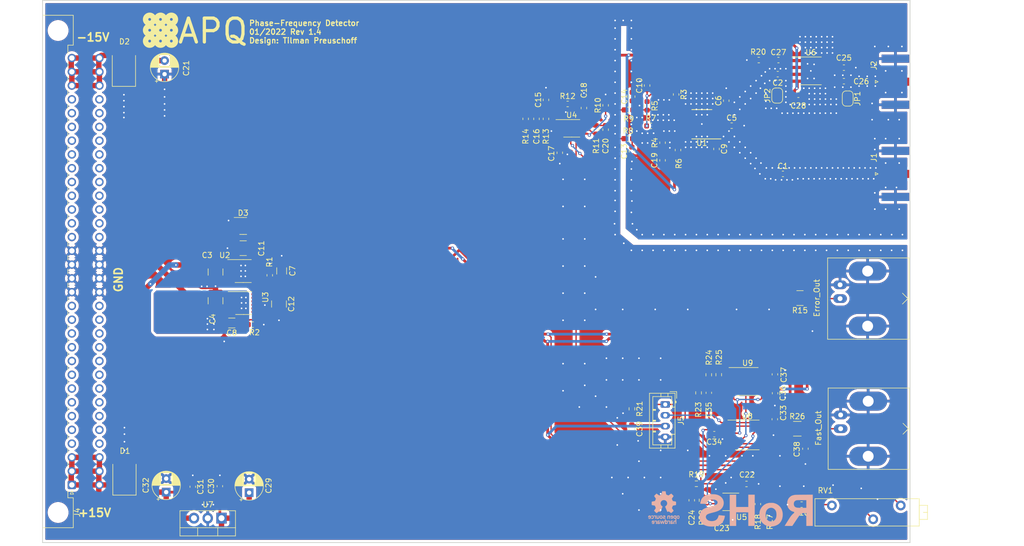
<source format=kicad_pcb>
(kicad_pcb (version 20211014) (generator pcbnew)
  (title_block (title "HMC439 Phase-Frequency Detector") (date "2022-01-17") (rev "1.4") (company "Atoms Photons Quanta, Institut für Angewandte Physik, TU Darmstadt") (comment 1 "Tilman Preuschoff"))
  (layers (0 "F.Cu" signal) (31 "B.Cu" signal) (34 "B.Paste" user) (35 "F.Paste" user) (36 "B.SilkS" user "B.Silkscreen") (37 "F.SilkS" user "F.Silkscreen") (38 "B.Mask" user) (39 "F.Mask" user) (44 "Edge.Cuts" user))
  (net 0 "")
  (net 1 "Net-(C1-Pad1)")
  (net 2 "Net-(C1-Pad2)")
  (net 3 "Net-(C2-Pad1)")
  (net 4 "GND")
  (net 5 "Net-(C5-Pad1)")
  (net 6 "Net-(C6-Pad1)")
  (net 7 "Net-(C7-Pad1)")
  (net 8 "Net-(C8-Pad1)")
  (net 9 "+5V")
  (net 10 "-5V")
  (net 11 "Net-(C13-Pad2)")
  (net 12 "Net-(C14-Pad1)")
  (net 13 "Net-(C15-Pad1)")
  (net 14 "Net-(C16-Pad2)")
  (net 15 "Net-(C16-Pad1)")
  (net 16 "Net-(R3-Pad2)")
  (net 17 "Net-(R6-Pad2)")
  (net 18 "Net-(R7-Pad2)")
  (net 19 "Net-(R10-Pad1)")
  (net 20 "IN")
  (net 21 "Net-(J3-Pad1)")
  (net 22 "Net-(C20-Pad2)")
  (net 23 "Net-(R16-Pad2)")
  (net 24 "Net-(RV1-Pad2)")
  (net 25 "Div_out")
  (net 26 "Net-(C25-Pad2)")
  (net 27 "Net-(C26-Pad1)")
  (net 28 "Net-(C27-Pad2)")
  (net 29 "Net-(C27-Pad1)")
  (net 30 "+15V")
  (net 31 "+8V")
  (net 32 "/Fast PD regulator/error_sig")
  (net 33 "S2")
  (net 34 "Net-(C24-Pad2)")
  (net 35 "Net-(C35-Pad1)")
  (net 36 "D1D2")
  (net 37 "Net-(C38-Pad1)")
  (net 38 "Net-(J5-Pad1)")
  (net 39 "Net-(J5-Pad2)")
  (net 40 "Net-(R17-Pad1)")
  (net 41 "S1")
  (net 42 "Net-(R23-Pad2)")
  (net 43 "Net-(R25-Pad2)")
  (net 44 "D4")
  (net 45 "S4")
  (net 94 "Net-(C26-Pad2)")
  (net 95 "Net-(JP1-Pad2)")
  (footprint "Capacitor_SMD:C_0603_1608Metric" (layer "F.Cu") (at 205.6 63.6)
    (fp_text reference "C2")
    (fp_text value "100p")
  )
  (footprint "Capacitor_SMD:C_1210_3225Metric" (layer "F.Cu") (at 101.9 100.1 -90)
    (fp_text reference "C3")
    (fp_text value "10u")
  )
  (footprint "Capacitor_SMD:C_1210_3225Metric" (layer "F.Cu") (at 101.9 105.4 90)
    (fp_text reference "C4")
    (fp_text value "10u")
  )
  (footprint "Capacitor_SMD:C_0603_1608Metric" (layer "F.Cu") (at 197.1 73.1)
    (fp_text reference "C5")
    (fp_text value "1n")
  )
  (footprint "Capacitor_SMD:C_0603_1608Metric" (layer "F.Cu") (at 196.1 68.5 90)
    (fp_text reference "C6")
    (fp_text value "1n")
  )
  (footprint "Capacitor_SMD:C_1206_3216Metric" (layer "F.Cu") (at 114.1 99.9 90)
    (fp_text reference "C7")
    (fp_text value "0.47u")
  )
  (footprint "Capacitor_SMD:C_1206_3216Metric" (layer "F.Cu") (at 104.9 109.5 180)
    (fp_text reference "C8")
    (fp_text value "0.47u")
  )
  (footprint "Capacitor_SMD:C_0603_1608Metric" (layer "F.Cu") (at 194.3 77.4 -90)
    (fp_text reference "C9")
    (fp_text value "100n")
  )
  (footprint "Capacitor_SMD:C_0603_1608Metric" (layer "F.Cu") (at 181.5 65.7 90)
    (fp_text reference "C10")
    (fp_text value "1n")
  )
  (footprint "Capacitor_SMD:C_1210_3225Metric" (layer "F.Cu") (at 107 95.7 180)
    (fp_text reference "C11")
    (fp_text value "10u")
  )
  (footprint "Capacitor_SMD:C_0603_1608Metric" (layer "F.Cu") (at 178.7 77.85 90)
    (fp_text reference "C13")
    (fp_text value "15p")
  )
  (footprint "Capacitor_SMD:C_0603_1608Metric" (layer "F.Cu") (at 178.75 67.75 90)
    (fp_text reference "C14")
    (fp_text value "15p")
  )
  (footprint "Capacitor_SMD:C_0603_1608Metric" (layer "F.Cu") (at 162.85 68.35 90)
    (fp_text reference "C15")
    (fp_text value "560p")
  )
  (footprint "Capacitor_SMD:C_0603_1608Metric" (layer "F.Cu") (at 161.1 71.85 -90)
    (fp_text reference "C16")
    (fp_text value "140p")
  )
  (footprint "Capacitor_SMD:C_0603_1608Metric" (layer "F.Cu") (at 165.4 78.1 -90)
    (fp_text reference "C17")
    (fp_text value "100n")
  )
  (footprint "Capacitor_SMD:C_0603_1608Metric" (layer "F.Cu") (at 169.85 69.85 90)
    (fp_text reference "C18")
    (fp_text value "100n")
  )
  (footprint "Capacitor_SMD:C_0603_1608Metric" (layer "F.Cu") (at 184.35 79.5 -90)
    (fp_text reference "C19")
    (fp_text value "1n")
  )
  (footprint "Capacitor_SMD:C_0603_1608Metric" (layer "F.Cu") (at 173.85 73.85 -90)
    (fp_text reference "C20")
    (fp_text value "15p")
  )
  (footprint "Capacitor_SMD:C_0603_1608Metric" (layer "F.Cu") (at 199.8345 139.192)
    (fp_text reference "C22")
    (fp_text value "100n")
  )
  (footprint "Capacitor_SMD:C_0603_1608Metric" (layer "F.Cu") (at 195.2498 145.7833)
    (fp_text reference "C23")
    (fp_text value "100n")
  )
  (footprint "Capacitor_SMD:C_0603_1608Metric" (layer "F.Cu") (at 189.738 142.1989 90)
    (fp_text reference "C24")
    (fp_text value "15p")
  )
  (footprint "footprints:APQ-Logo" (layer "F.Cu") (at 89.5 53)
    (fp_text reference "LOGO1" hide)
    (fp_text value "Logo_APQ")
  )
  (footprint "Resistor_SMD:R_0603_1608Metric" (layer "F.Cu") (at 111.9 100.7 90)
    (fp_text reference "R1")
    (fp_text value "49.9k")
  )
  (footprint "Resistor_SMD:R_0603_1608Metric" (layer "F.Cu") (at 108.75 109.8)
    (fp_text reference "R2")
    (fp_text value "49.9k")
  )
  (footprint "Resistor_SMD:R_0603_1608Metric" (layer "F.Cu") (at 186.85 67.35 -90)
    (fp_text reference "R3")
    (fp_text value "200")
  )
  (footprint "Resistor_SMD:R_0603_1608Metric" (layer "F.Cu") (at 184.35 76.25 90)
    (fp_text reference "R4")
    (fp_text value "200")
  )
  (footprint "Resistor_SMD:R_0603_1608Metric" (layer "F.Cu") (at 181.5 69.45 -90)
    (fp_text reference "R5")
    (fp_text value "200")
  )
  (footprint "Resistor_SMD:R_0603_1608Metric" (layer "F.Cu") (at 187.2 77.6 90)
    (fp_text reference "R6")
    (fp_text value "20")
  )
  (footprint "Resistor_SMD:R_0603_1608Metric" (layer "F.Cu") (at 182.2 73.15)
    (fp_text reference "R7")
    (fp_text value "20")
  )
  (footprint "Resistor_SMD:R_0603_1608Metric" (layer "F.Cu") (at 178 75.5)
    (fp_text reference "R8")
    (fp_text value "200")
  )
  (footprint "Resistor_SMD:R_0603_1608Metric" (layer "F.Cu") (at 178.05 70.2)
    (fp_text reference "R9")
    (fp_text value "200")
  )
  (footprint "Resistor_SMD:R_0603_1608Metric" (layer "F.Cu") (at 173.85 69.35 90)
    (fp_text reference "R10")
    (fp_text value "380")
  )
  (footprint "Resistor_SMD:R_0603_1608Metric" (layer "F.Cu") (at 172.1 73.85 -90)
    (fp_text reference "R11")
    (fp_text value "380")
  )
  (footprint "Resistor_SMD:R_0603_1608Metric" (layer "F.Cu") (at 166.85 69.1)
    (fp_text reference "R12")
    (fp_text value "200")
  )
  (footprint "Resistor_SMD:R_0603_1608Metric" (layer "F.Cu") (at 162.85 71.85 -90)
    (fp_text reference "R13")
    (fp_text value "200")
  )
  (footprint "Resistor_SMD:R_0603_1608Metric" (layer "F.Cu") (at 159.1 71.85 90)
    (fp_text reference "R14")
    (fp_text value "100")
  )
  (footprint "Resistor_SMD:R_1210_3225Metric" (layer "F.Cu") (at 209.7 104.9 180)
    (fp_text reference "R15")
    (fp_text value "49.9")
  )
  (footprint "Resistor_SMD:R_0603_1608Metric" (layer "F.Cu") (at 210 143)
    (fp_text reference "R16")
    (fp_text value "10")
  )
  (footprint "Resistor_SMD:R_0603_1608Metric" (layer "F.Cu") (at 202.1 61 180)
    (fp_text reference "R20")
    (fp_text value "49.9")
  )
  (footprint "Potentiometer_THT:Potentiometer_Vishay_43_Horizontal" (layer "F.Cu") (at 215.58 143.16 180)
    (fp_text reference "RV1")
    (fp_text value "500")
  )
  (footprint "Package_SO:MSOP-12-1EP_3x4mm_P0.65mm_EP1.65x2.85mm" (layer "F.Cu") (at 107.005 99.925)
    (fp_text reference "U2")
    (fp_text value "LT3045EMSE")
  )
  (footprint "Package_SO:MSOP-12-1EP_3x4mm_P0.65mm_EP1.65x2.85mm" (layer "F.Cu") (at 107.095 105.825)
    (fp_text reference "U3")
    (fp_text value "LT3094EMSE")
  )
  (footprint "footprints:QSOP-16_3.9x4.9mm_P0.635mm_EP_2.3mmx1.75mm" (layer "F.Cu") (at 191.6 72.8175 180)
    (fp_text reference "U1")
    (fp_text value "HMC439QS16G")
  )
  (footprint "Capacitor_SMD:C_0603_1608Metric" (layer "F.Cu") (at 206.55 82)
    (fp_text reference "C1")
    (fp_text value "100p")
  )
  (footprint "Capacitor_SMD:C_1210_3225Metric" (layer "F.Cu") (at 113.6 106 -90)
    (fp_text reference "C12")
    (fp_text value "10u")
  )
  (footprint "footprints:MSOP-8_3x3mm_P0.65mm_mod" (layer "F.Cu") (at 167.6 73.6)
    (fp_text reference "U4")
    (fp_text value "ADA4896-2ARMZ")
  )
  (footprint "footprints:MSOP-8_3x3mm_P0.65mm_mod" (layer "F.Cu") (at 196.938 142.4989 180)
    (fp_text reference "U5")
    (fp_text value "ADA4896-2ARMZ")
  )
  (footprint "Capacitor_SMD:C_0603_1608Metric" (layer "F.Cu") (at 217.8 62.4 180)
    (fp_text reference "C25")
    (fp_text value "100p")
  )
  (footprint "Capacitor_SMD:C_0603_1608Metric_Pad1.08x0.95mm_HandSolder" (layer "F.Cu") (at 217.8 64.9)
    (fp_text reference "C26")
    (fp_text value "100p")
  )
  (footprint "Capacitor_SMD:C_0603_1608Metric" (layer "F.Cu") (at 205.725 61)
    (fp_text reference "C27")
    (fp_text value "1n")
  )
  (footprint "Capacitor_SMD:C_0603_1608Metric" (layer "F.Cu") (at 209.4 67.4 180)
    (fp_text reference "C28")
    (fp_text value "100n")
  )
  (footprint "Capacitor_THT:CP_Radial_D5.0mm_P2.50mm" (layer "F.Cu") (at 108.1 140.8 90)
    (fp_text reference "C29")
    (fp_text value "100u")
  )
  (footprint "Capacitor_SMD:C_0603_1608Metric" (layer "F.Cu") (at 102.7 139.6 -90)
    (fp_text reference "C30")
    (fp_text value "100n")
  )
  (footprint "Capacitor_SMD:C_0603_1608Metric" (layer "F.Cu") (at 97.7 139.7 -90)
    (fp_text reference "C31")
    (fp_text value "100n")
  )
  (footprint "Capacitor_THT:CP_Radial_D5.0mm_P2.50mm" (layer "F.Cu") (at 92.8 140.7 90)
    (fp_text reference "C32")
    (fp_text value "100u")
  )
  (footprint "Connector_DIN:DIN41612_C_2x32_Male_Horizontal_THT" (layer "F.Cu") (at 75.4 139.37 90)
    (fp_text reference "J4")
    (fp_text value "C64AC")
  )
  (footprint "Package_TO_SOT_THT:TO-220-3_Vertical" (layer "F.Cu") (at 103 145.5 180)
    (fp_text reference "U7")
    (fp_text value "L7808")
  )
  (footprint "Package_SO:SOIC-8-1EP_3.9x4.9mm_P1.27mm_EP2.41x3.81mm" (layer "F.Cu") (at 211.7 63)
    (fp_text reference "U6")
    (fp_text value "HMC365S8G")
  )
  (footprint "Capacitor_THT:CP_Radial_D5.0mm_P2.50mm" (layer "F.Cu") (at 92.5 63.6 90)
    (fp_text reference "C21")
    (fp_text value "100u")
  )
  (footprint "Capacitor_SMD:C_0603_1608Metric" (layer "F.Cu") (at 205.0542 127.254 90)
    (fp_text reference "C33")
    (fp_text value "100n")
  )
  (footprint "Capacitor_SMD:C_0603_1608Metric" (layer "F.Cu") (at 193.8909 130.0099 180)
    (fp_text reference "C34")
    (fp_text value "100n")
  )
  (footprint "Capacitor_SMD:C_0603_1608Metric" (layer "F.Cu") (at 192.8876 122.3772 -90)
    (fp_text reference "C35")
    (fp_text value "1n")
  )
  (footprint "Capacitor_SMD:C_0603_1608Metric" (layer "F.Cu") (at 205.105 122.4534 -90)
    (fp_text reference "C36")
    (fp_text value "100n")
  )
  (footprint "Capacitor_SMD:C_0603_1608Metric" (layer "F.Cu") (at 205.0796 118.9736 90)
    (fp_text reference "C37")
    (fp_text value "100n")
  )
  (footprint "Capacitor_SMD:C_0603_1608Metric" (layer "F.Cu") (at 210.7057 132.6896 -90)
    (fp_text reference "C38")
    (fp_text value "DNF")
  )
  (footprint "Diode_SMD:D_SMB" (layer "F.Cu") (at 85.1 137.7 90)
    (fp_text reference "D1")
    (fp_text value "SMB")
  )
  (footprint "Diode_SMD:D_SMB" (layer "F.Cu") (at 85 62.3 90)
    (fp_text reference "D2")
    (fp_text value "SMB")
  )
  (footprint "Capacitor_SMD:C_0603_1608Metric" (layer "F.Cu") (at 204.038 142.9989 -90)
    (fp_text reference "R17")
    (fp_text value "200")
  )
  (footprint "Capacitor_SMD:C_0603_1608Metric" (layer "F.Cu") (at 201.938 142.8989 90)
    (fp_text reference "R18")
    (fp_text value "200")
  )
  (footprint "Resistor_SMD:R_0603_1608Metric" (layer "F.Cu") (at 190.5889 139.1539 180)
    (fp_text reference "R19")
    (fp_text value "200")
  )
  (footprint "Resistor_SMD:R_0603_1608Metric" (layer "F.Cu") (at 178.7017 125.3363 -90)
    (fp_text reference "R21")
    (fp_text value "10k")
  )
  (footprint "Resistor_SMD:R_0603_1608Metric" (layer "F.Cu") (at 191.638 142.1989 -90)
    (fp_text reference "R22")
    (fp_text value "200")
  )
  (footprint "Resistor_SMD:R_0603_1608Metric" (layer "F.Cu") (at 190.9953 122.3899 90)
    (fp_text reference "R23")
    (fp_text value "200")
  )
  (footprint "Resistor_SMD:R_0603_1608Metric" (layer "F.Cu") (at 192.8749 119.0498 90)
    (fp_text reference "R24")
    (fp_text value "4.7")
  )
  (footprint "Resistor_SMD:R_0603_1608Metric" (layer "F.Cu") (at 194.7164 119.0371 90)
    (fp_text reference "R25")
    (fp_text value "200")
  )
  (footprint "Resistor_SMD:R_1210_3225Metric" (layer "F.Cu") (at 209.2071 129.0066)
    (fp_text reference "R26")
    (fp_text value "49.9")
  )
  (footprint "Package_SO:TSSOP-16_4.4x5mm_P0.65mm" (layer "F.Cu") (at 199.9869 130.1496)
    (fp_text reference "U8")
    (fp_text value "ADG1413")
  )
  (footprint "Package_SO:SO-8_3.9x4.9mm_P1.27mm" (layer "F.Cu") (at 200.0504 120.2817)
    (fp_text reference "U9")
    (fp_text value "LTC6228xS8")
  )
  (footprint "Connector_Coaxial:SMA_Amphenol_132289_EdgeMount" (layer "F.Cu") (at 227.3 82)
    (fp_text reference "J1")
    (fp_text value "REF")
  )
  (footprint "Connector_Coaxial:SMA_Amphenol_132289_EdgeMount" (layer "F.Cu") (at 227.3 65)
    (fp_text reference "J2")
    (fp_text value "IN")
  )
  (footprint "Connector_Coaxial:BNC_Amphenol_B6252HB-NPP3G-50_Horizontal" (layer "F.Cu") (at 217.1 105 -90)
    (fp_text reference "J3" hide)
    (fp_text value "Error_Out")
  )
  (footprint "Connector_Coaxial:BNC_Amphenol_B6252HB-NPP3G-50_Horizontal" (layer "F.Cu") (at 217.2 129 -90)
    (fp_text reference "J6" hide)
    (fp_text value "Fast_Out")
  )
  (footprint "Connector_JST:JST_PH_B4B-PH-K_1x04_P2.00mm_Vertical" (layer "F.Cu") (at 184.8485 124.5235 -90)
    (fp_text reference "J5")
    (fp_text value "Switch")
  )
  (footprint "Capacitor_SMD:C_0603_1608Metric" (layer "F.Cu") (at 178.6763 129.0574 -90)
    (fp_text reference "C39")
    (fp_text value "100n")
  )
  (footprint "Package_TO_SOT_SMD:SOT-23" (layer "F.Cu") (at 107 91.6)
    (fp_text reference "D3")
    (fp_text value "PMEG2010")
  )
  (footprint "Jumper:SolderJumper-2_P1.3mm_Open_RoundedPad1.0x1.5mm" (layer "F.Cu") (at 205.5 67.55 90)
    (fp_text reference "JP2")
    (fp_text value "no_divider")
  )
  (footprint "Jumper:SolderJumper-2_P1.3mm_Open_RoundedPad1.0x1.5mm" (layer "F.Cu") (at 218.5 68.1 -90)
    (fp_text reference "JP1")
    (fp_text value "no_divider")
  )
  (footprint "Symbol:OSHW-Logo_5.7x6mm_SilkScreen" (layer "B.Cu") (at 184.6 143.55 180)
    (fp_text reference "LOGO2" hide)
    (fp_text value "Logo_Open_Hardware_Small" hide)
  )
  (footprint "Symbol:RoHS-Logo_6mm_SilkScreen" (layer "B.Cu") (at 201.6 144.05 180)
    (fp_text reference "LOGO3" hide)
    (fp_text value "Logo_ROHS" hide)
  )
  (gr_line (start 70 50) (end 70 150) (layer "Edge.Cuts") (width 0.15))
  (gr_line (start 230 50) (end 70 50) (layer "Edge.Cuts") (width 0.15))
  (gr_line (start 70 150) (end 230 150) (layer "Edge.Cuts") (width 0.15))
  (gr_line (start 230 150) (end 230 50) (layer "Edge.Cuts") (width 0.15))
  (gr_text "Phase-Frequency Detector\n01/2022 Rev 1.4\nDesign: Tilman Preuschoff" (at 108 55.8) (layer "F.SilkS") (effects (font (size 1 1) (thickness 0.2)) (justify left)))
  (gr_text "-15V" (at 79.3 56.8) (layer "F.SilkS") (effects (font (size 1.5 1.5) (thickness 0.3))))
  (gr_text "GND" (at 84 101.5 90) (layer "F.SilkS") (effects (font (size 1.5 1.5) (thickness 0.3))))
  (gr_text "+15V" (at 79.6 144.5) (layer "F.SilkS") (effects (font (size 1.5 1.5) (thickness 0.3))))
  (segment (start 203.5343 82) (end 195.3043 73.77) (width 0.25) (layer "F.Cu") (net 1))
  (segment (start 205.775 82) (end 203.5343 82) (width 0.25) (layer "F.Cu") (net 1))
  (segment (start 195.3043 73.77) (end 194.2543 73.77) (width 0.25) (layer "F.Cu") (net 1))
  (segment (start 227.3 82) (end 207.325 82) (width 0.25) (layer "F.Cu") (net 2))
  (segment (start 194.2543 71.865) (end 195.635 71.865) (width 0.25) (layer "F.Cu") (net 3))
  (segment (start 195.635 71.865) (end 203.9 63.6) (width 0.25) (layer "F.Cu") (net 3))
  (segment (start 203.9 63.6) (end 205.115 63.6) (width 0.25) (layer "F.Cu") (net 3))
  (segment (start 191.64965 72.85035) (end 191.6 72.8007) (width 0.25) (layer "F.Cu") (net 4))
  (segment (start 191.6 72.8) (end 191.6 72.7875) (width 0.25) (layer "F.Cu") (net 4))
  (segment (start 100.34 102.74) (end 99.34 102.74) (width 1) (layer "F.Cu") (net 4))
  (segment (start 101.9 102.7) (end 101.9 104) (width 1) (layer "F.Cu") (net 4))
  (segment (start 85.1 130) (end 85.1 128.8) (width 1) (layer "F.Cu") (net 4))
  (segment (start 85.1 131.4) (end 85.1 130) (width 1) (layer "F.Cu") (net 4))
  (segment (start 85.1 133) (end 85.1 131.4) (width 1) (layer "F.Cu") (net 4))
  (segment (start 85 70.7) (end 85 71.6) (width 1) (layer "F.Cu") (net 4))
  (segment (start 85 69.6) (end 85 70.7) (width 1) (layer "F.Cu") (net 4))
  (segment (start 85 68.5) (end 85 69.6) (width 1) (layer "F.Cu") (net 4))
  (segment (start 85 67.4) (end 85 68.5) (width 1) (layer "F.Cu") (net 4))
  (segment (start 92.5 66.4) (end 92.5 67.8) (width 1) (layer "F.Cu") (net 4))
  (segment (start 92.5 67.8) (end 92.5 69.1) (width 1) (layer "F.Cu") (net 4))
  (segment (start 92.5 69.1) (end 92.5 70.2) (width 1) (layer "F.Cu") (net 4))
  (segment (start 92.5 70.2) (end 92.5 71.3) (width 1) (layer "F.Cu") (net 4))
  (segment (start 211.7 62.3) (end 211.1 61.7) (width 0.5) (layer "F.Cu") (net 4))
  (segment (start 192.6 75.1) (end 192.899999 74.800001) (width 0.25) (layer "F.Cu") (net 4))
  (segment (start 218.28 62.4) (end 220 62.4) (width 0.25) (layer "F.Cu") (net 4))
  (segment (start 211.7 63) (end 211.7 62.4) (width 0.25) (layer "F.Cu") (net 4))
  (segment (start 194.183 140.8814) (end 194.183 140.1572) (width 0.25) (layer "F.Cu") (net 4))
  (segment (start 203.876 131.1246) (end 204.8129 130.1877) (width 0.25) (layer "F.Cu") (net 4))
  (segment (start 85.1 135.55) (end 85.1 133) (width 1) (layer "F.Cu") (net 4))
  (segment (start 211.7 63.8) (end 212.3 64.4) (width 0.25) (layer "F.Cu") (net 4))
  (segment (start 100.46 145.5) (end 100.46 142.959992) (width 0.5) (layer "F.Cu") (net 4))
  (segment (start 206.9722 123.2284) (end 206.9846 123.2408) (width 0.25) (layer "F.Cu") (net 4))
  (segment (start 209.2125 143) (end 207.4 143) (width 0.25) (layer "F.Cu") (net 4))
  (segment (start 194.2543 74.405) (end 195.209302 74.405) (width 0.25) (layer "F.Cu") (net 4))
  (segment (start 114.1 98.5) (end 114.1 97.1) (width 0.25) (layer "F.Cu") (net 4))
  (segment (start 107.005 99.925) (end 107.005 99.925028) (width 0.5) (layer "F.Cu") (net 4))
  (segment (start 104.99 107.91) (end 103.4 109.5) (width 0.25) (layer "F.Cu") (net 4))
  (segment (start 197.8875 73.1) (end 199.4 73.1) (width 0.25) (layer "F.Cu") (net 4))
  (segment (start 192.899999 74.500001) (end 192.995 74.405) (width 0.25) (layer "F.Cu") (net 4))
  (segment (start 194.2543 70.595) (end 194.2543 69.7543) (width 0.25) (layer "F.Cu") (net 4))
  (segment (start 165.4875 73.925) (end 164.025 73.925) (width 0.25) (layer "F.Cu") (net 4))
  (segment (start 162.85 67.5625) (end 162.85 66.1) (width 0.25) (layer "F.Cu") (net 4))
  (segment (start 197.2564 145.7833) (end 197.2818 145.8087) (width 0.25) (layer "F.Cu") (net 4))
  (segment (start 97.7 138.925) (end 97.7 137.6) (width 0.5) (layer "F.Cu") (net 4))
  (segment (start 192.899999 74.800001) (end 192.899999 74.500001) (width 0.25) (layer "F.Cu") (net 4))
  (segment (start 200.622 139.192) (end 202.057 139.192) (width 0.25) (layer "F.Cu") (net 4))
  (segment (start 177.0883 126.1613) (end 177.0634 126.1364) (width 0.25) (layer "F.Cu") (net 4))
  (segment (start 113.6 107.4) (end 113.6 109) (width 0.25) (layer "F.Cu") (net 4))
  (segment (start 165.4 78.8875) (end 165.4 80.1) (width 0.25) (layer "F.Cu") (net 4))
  (segment (start 188.9457 71.865) (end 190.665 71.865) (width 0.25) (layer "F.Cu") (net 4))
  (segment (start 205.105 123.2284) (end 206.9722 123.2284) (width 0.25) (layer "F.Cu") (net 4))
  (segment (start 205.105 123.2284) (end 205.105 124.6886) (width 0.25) (layer "F.Cu") (net 4))
  (segment (start 109.245 106.15) (end 110.95 106.15) (width 0.25) (layer "F.Cu") (net 4))
  (segment (start 111.9 99) (end 111.9 98.8) (width 0.25) (layer "F.Cu") (net 4))
  (segment (start 111.9 99) (end 111.9 98.5) (width 0.25) (layer "F.Cu") (net 4))
  (segment (start 196.1 67.7125) (end 196.1 66.2) (width 0.25) (layer "F.Cu") (net 4))
  (segment (start 101.9 102.2) (end 101.9 102.7) (width 1) (layer "F.Cu") (net 4))
  (segment (start 205.0542 126.479) (end 205.0542 124.7394) (width 0.25) (layer "F.Cu") (net 4))
  (segment (start 191.9175 72.5) (end 191.6 72.8175) (width 0.25) (layer "F.Cu") (net 4))
  (segment (start 85 64.45) (end 85 67.4) (width 1) (layer "F.Cu") (net 4))
  (segment (start 191.8875 72.5) (end 191.6 72.7875) (width 0.25) (layer "F.Cu") (net 4))
  (segment (start 211.7 63) (end 211.7 63.8) (width 0.25) (layer "F.Cu") (net 4))
  (segment (start 205.0542 124.7394) (end 205.0669 124.7267) (width 0.25) (layer "F.Cu") (net 4))
  (segment (start 205.105 124.6886) (end 205.0669 124.7267) (width 0.25) (layer "F.Cu") (net 4))
  (segment (start 101.36 102.74) (end 101.9 102.2) (width 1) (layer "F.Cu") (net 4))
  (segment (start 191.6 72.8007) (end 191.6 72.8) (width 0.25) (layer "F.Cu") (net 4))
  (segment (start 190.665 71.865) (end 191.6 72.8) (width 0.25) (layer "F.Cu") (net 4))
  (segment (start 99.34 102.74) (end 101.36 102.74) (width 1) (layer "F.Cu") (net 4))
  (segment (start 178.75 66.9625) (end 178.75 65.75) (width 0.25) (layer "F.Cu") (net 4))
  (segment (start 104.855 101.55) (end 106.805 101.55) (width 0.25) (layer "F.Cu") (net 4))
  (segment (start 204.038 143.7739) (end 204.038 145.0719) (width 0.25) (layer "F.Cu") (net 4))
  (segment (start 195.6 74.795698) (end 195.6 75.1) (width 0.25) (layer "F.Cu") (net 4))
  (segment (start 104.975 95.7) (end 104.1 95.7) (width 0.5) (layer "F.Cu") (net 4))
  (segment (start 169.85 69.0625) (end 169.85 67.1) (width 0.25) (layer "F.Cu") (net 4))
  (segment (start 178.6763 129.8324) (end 178.6763 130.0734) (width 0.25) (layer "F.Cu") (net 4))
  (segment (start 178.6763 130.0734) (end 179.8447 131.2418) (width 0.25) (layer "F.Cu") (net 4))
  (segment (start 104.99 107.45) (end 104.99 107.91) (width 0.25) (layer "F.Cu") (net 4))
  (segment (start 188.9457 69.4457) (end 188.6 69.1) (width 0.25) (layer "F.Cu") (net 4))
  (segment (start 109.155 100.25) (end 107.33 100.25) (width 0.25) (layer "F.Cu") (net 4))
  (segment (start 109.5375 109.8) (end 110.8 109.8) (width 0.25) (layer "F.Cu") (net 4))
  (segment (start 188.9457 75.6457) (end 188.9457 75.04) (width 0.25) (layer "F.Cu") (net 4))
  (segment (start 210.7057 133.4646) (end 210.7057 135.509) (width 0.25) (layer "F.Cu") (net 4))
  (segment (start 106.805 101.55) (end 107.005 101.35) (width 0.25) (layer "F.Cu") (net 4))
  (segment (start 178.6 65.6) (end 178.75 65.75) (width 0.25) (layer "F.Cu") (net 4))
  (segment (start 192.995 74.405) (end 194.2543 74.405) (width 0.25) (layer "F.Cu") (net 4))
  (segment (start 164.025 73.925) (end 163.85 74.1) (width 0.25) (layer "F.Cu") (net 4))
  (segment (start 178.6 65.1) (end 178.6 65.6) (width 0.25) (layer "F.Cu") (net 4))
  (segment (start 107.005 101.35) (end 107.005 99.925) (width 0.25) (layer "F.Cu") (net 4))
  (segment (start 206.8954 118.1986) (end 206.9338 118.237) (width 0.25) (layer "F.Cu") (net 4))
  (segment (start 194.2543 72.5) (end 191.9175 72.5) (width 0.25) (layer "F.Cu") (net 4))
  (segment (start 101.9 101.5) (end 101.9 102.2) (width 1) (layer "F.Cu") (net 4))
  (segment (start 211.2 67.4) (end 211.4 67.2) (width 0.25) (layer "F.Cu") (net 4))
  (segment (start 210.175 67.4) (end 211.2 67.4) (width 0.25) (layer "F.Cu") (net 4))
  (segment (start 194.2543 69.7543) (end 193.6 69.1) (width 0.25) (layer "F.Cu") (net 4))
  (segment (start 111.9 99.9125) (end 111.9 99) (width 0.25) (layer "F.Cu") (net 4))
  (segment (start 188.9457 70.595) (end 188.9457 69.4457) (width 0.25) (layer "F.Cu") (net 4))
  (segment (start 110.95 106.15) (end 111 106.2) (width 0.25) (layer "F.Cu") (net 4))
  (segment (start 92.5 63.6) (end 92.5 66.4) (width 1) (layer "F.Cu") (net 4))
  (segment (start 178.7 78.6375) (end 178.7 79.7) (width 0.25) (layer "F.Cu") (net 4))
  (segment (start 211.7 63.8) (end 211.1 64.4) (width 0.25) (layer "F.Cu") (net 4))
  (segment (start 173.85 68.5625) (end 173.85 67.35) (width 0.25) (layer "F.Cu") (net 4))
  (segment (start 104.35 90.65) (end 104.3 90.6) (width 0.5) (layer "F.Cu") (net 4))
  (segment (start 211.7 62.4) (end 212.3 61.8) (width 0.25) (layer "F.Cu") (net 4))
  (segment (start 204.038 145.0719) (end 204.0382 145.0721) (width 0.25) (layer "F.Cu") (net 4))
  (segment (start 103.5 109.5) (end 103.5 112.9) (width 0.5) (layer "F.Cu") (net 4))
  (segment (start 205.0796 118.1986) (end 206.8954 118.1986) (width 0.25) (layer "F.Cu") (net 4))
  (segment (start 106.0625 90.65) (end 104.35 90.65) (width 0.5) (layer "F.Cu") (net 4))
  (segment (start 105.6 95.7) (end 104.975 95.7) (width 0.5) (layer "F.Cu") (net 4))
  (segment (start 202.8494 131.1246) (end 203.876 131.1246) (width 0.25) (layer "F.Cu") (net 4))
  (segment (start 201.3125 61) (end 199.9 61) (width 0.25) (layer "F.Cu") (net 4))
  (segment (start 109.155 100.25) (end 111.5625 100.25) (width 0.25) (layer "F.Cu") (net 4))
  (segment (start 195.209302 74.405) (end 195.6 74.795698) (width 0.25) (layer "F.Cu") (net 4))
  (segment (start 178.7017 126.1613) (end 177.0883 126.1613) (width 0.25) (layer "F.Cu") (net 4))
  (segment (start 102.7 138.825) (end 102.7 137.6) (width 0.5) (layer "F.Cu") (net 4))
  (segment (start 188.6 76.1) (end 189 75.7) (width 0.25) (layer "F.Cu") (net 4))
  (segment (start 197.1244 130.4746) (end 195.8392 130.4746) (width 0.25) (layer "F.Cu") (net 4))
  (segment (start 196.0373 145.7833) (end 197.2564 145.7833) (width 0.25) (layer "F.Cu") (net 4))
  (segment (start 202.057 139.192) (end 202.0697 139.1793) (width 0.25) (layer "F.Cu") (net 4))
  (segment (start 194.8255 141.5239) (end 194.183 140.8814) (width 0.25) (layer "F.Cu") (net 4))
  (segment (start 188.95 75.0443) (end 188.9457 75.04) (width 0.25) (layer "F.Cu") (net 4))
  (segment (start 181.5 64.9125) (end 180.2125 64.9125) (width 0.25) (layer "F.Cu") (net 4))
  (segment (start 189 75.7) (end 188.9457 75.6457) (width 0.25) (layer "F.Cu") (net 4))
  (segment (start 111.5625 100.25) (end 111.9 99.9125) (width 0.25) (layer "F.Cu") (net 4))
  (segment (start 107.33 100.25) (end 107.005 99.925) (width 0.25) (layer "F.Cu") (net 4))
  (segment (start 211.7 63) (end 211.7 62.3) (width 0.5) (layer "F.Cu") (net 4))
  (segment (start 195.8392 130.4746) (end 195.4022 130.9116) (width 0.25) (layer "F.Cu") (net 4))
  (via (at 205.1 62.6) (size 0.6) (drill 0.3) (layers "F.Cu" "B.Cu") (net 4))
  (via (at 204.1 62.6) (size 0.6) (drill 0.3) (layers "F.Cu" "B.Cu") (net 4))
  (via (at 206.1 62.6) (size 0.6) (drill 0.3) (layers "F.Cu" "B.Cu") (net 4))
  (via (at 207.1 62.6) (size 0.6) (drill 0.3) (layers "F.Cu" "B.Cu") (net 4))
  (via (at 189.6 77.1) (size 0.6) (drill 0.3) (layers "F.Cu" "B.Cu") (net 4))
  (via (at 190.6 77.1) (size 0.6) (drill 0.3) (layers "F.Cu" "B.Cu") (net 4))
  (via (at 191.6 77.1) (size 0.6) (drill 0.3) (layers "F.Cu" "B.Cu") (net 4))
  (via (at 192.6 77.1) (size 0.6) (drill 0.3) (layers "F.Cu" "B.Cu") (net 4))
  (via (at 188.6 76.1) (size 0.6) (drill 0.3) (layers "F.Cu" "B.Cu") (net 4))
  (via (at 189.6 76.1) (size 0.6) (drill 0.3) (layers "F.Cu" "B.Cu") (net 4))
  (via (at 190.6 76.1) (size 0.6) (drill 0.3) (layers "F.Cu" "B.Cu") (net 4))
  (via (at 191.6 76.1) (size 0.6) (drill 0.3) (layers "F.Cu" "B.Cu") (net 4))
  (via (at 192.6 76.1) (size 0.6) (drill 0.3) (layers "F.Cu" "B.Cu") (net 4))
  (via (at 190.6 75.1) (size 0.6) (drill 0.3) (layers "F.Cu" "B.Cu") (net 4))
  (via (at 191.6 75.1) (size 0.6) (drill 0.3) (layers "F.Cu" "B.Cu") (net 4))
  (via (at 192.6 75.1) (size 0.6) (drill 0.3) (layers "F.Cu" "B.Cu") (net 4))
  (via (at 190.6 71.1) (size 0.6) (drill 0.3) (layers "F.Cu" "B.Cu") (net 4))
  (via (at 191.6 71.1) (size 0.6) (drill 0.3) (layers "F.Cu" "B.Cu") (net 4))
  (via (at 192.6 71.1) (size 0.6) (drill 0.3) (layers "F.Cu" "B.Cu") (net 4))
  (via (at 190.6 70.1) (size 0.6) (drill 0.3) (layers "F.Cu" "B.Cu") (net 4))
  (via (at 191.6 70.1) (size 0.6) (drill 0.3) (layers "F.Cu" "B.Cu") (net 4))
  (via (at 192.6 70.1) (size 0.6) (drill 0.3) (layers "F.Cu" "B.Cu") (net 4))
  (via (at 188.6 69.1) (size 0.6) (drill 0.3) (layers "F.Cu" "B.Cu") (net 4))
  (via (at 189.6 69.1) (size 0.6) (drill 0.3) (layers "F.Cu" "B.Cu") (net 4))
  (via (at 190.6 69.1) (size 0.6) (drill 0.3) (layers "F.Cu" "B.Cu") (net 4))
  (via (at 191.6 69.1) (size 0.6) (drill 0.3) (layers "F.Cu" "B.Cu") (net 4))
  (via (at 192.6 69.1) (size 0.6) (drill 0.3) (layers "F.Cu" "B.Cu") (net 4))
  (via (at 193.6 69.1) (size 0.6) (drill 0.3) (layers "F.Cu" "B.Cu") (net 4))
  (via (at 188.6 68.1) (size 0.6) (drill 0.3) (layers "F.Cu" "B.Cu") (net 4))
  (via (at 189.6 68.1) (size 0.6) (drill 0.3) (layers "F.Cu" "B.Cu") (net 4))
  (via (at 190.6 68.1) (size 0.6) (drill 0.3) (layers "F.Cu" "B.Cu") (net 4))
  (via (at 191.6 68.1) (size 0.6) (drill 0.3) (layers "F.Cu" "B.Cu") (net 4))
  (via (at 192.6 68.1) (size 0.6) (drill 0.3) (layers "F.Cu" "B.Cu") (net 4))
  (via (at 193.6 68.1) (size 0.6) (drill 0.3) (layers "F.Cu" "B.Cu") (net 4))
  (via (at 188.6 67.1) (size 0.6) (drill 0.3) (layers "F.Cu" "B.Cu") (net 4))
  (via (at 189.6 67.1) (size 0.6) (drill 0.3) (layers "F.Cu" "B.Cu") (net 4))
  (via (at 190.6 67.1) (size 0.6) (drill 0.3) (layers "F.Cu" "B.Cu") (net 4))
  (via (at 191.6 67.1) (size 0.6) (drill 0.3) (layers "F.Cu" "B.Cu") (net 4))
  (via (at 192.6 67.1) (size 0.6) (drill 0.3) (layers "F.Cu" "B.Cu") (net 4))
  (via (at 193.6 67.1) (size 0.6) (drill 0.3) (layers "F.Cu" "B.Cu") (net 4))
  (via (at 183.5 71.1) (size 0.6) (drill 0.3) (layers "F.Cu" "B.Cu") (net 4))
  (via (at 182.5 71.1) (size 0.6) (drill 0.3) (layers "F.Cu" "B.Cu") (net 4))
  (via (at 184.5 71.1) (size 0.6) (drill 0.3) (layers "F.Cu" "B.Cu") (net 4))
  (via (at 185.5 71.1) (size 0.6) (drill 0.3) (layers "F.Cu" "B.Cu") (net 4))
  (via (at 107.4 100.9) (size 0.6) (drill 0.3) (layers "F.Cu" "B.Cu") (net 4))
  (via (at 106.6 100.9) (size 0.6) (drill 0.3) (layers "F.Cu" "B.Cu") (net 4))
  (via (at 107.4 98.9) (size 0.6) (drill 0.3) (layers "F.Cu" "B.Cu") (net 4))
  (via (at 107.4 99.9) (size 0.6) (drill 0.3) (layers "F.Cu" "B.Cu") (net 4))
  (via (at 106.6 98.9) (size 0.6) (drill 0.3) (layers "F.Cu" "B.Cu") (net 4))
  (via (at 106.6 99.9) (size 0.6) (drill 0.3) (layers "F.Cu" "B.Cu") (net 4))
  (via (at 178.6 55.1) (size 0.6) (drill 0.3) (layers "F.Cu" "B.Cu") (net 4))
  (via (at 178.6 57.1) (size 0.6) (drill 0.3) (layers "F.Cu" "B.Cu") (net 4))
  (via (at 178.6 59.1) (size 0.6) (drill 0.3) (layers "F.Cu" "B.Cu") (net 4))
  (via (at 178.6 61.1) (size 0.6) (drill 0.3) (layers "F.Cu" "B.Cu") (net 4))
  (via (at 178.6 63.1) (size 0.6) (drill 0.3) (layers "F.Cu" "B.Cu") (net 4))
  (via (at 178.6 65.1) (size 0.6) (drill 0.3) (layers "F.Cu" "B.Cu") (net 4))
  (via (at 178.6 72.85) (size 0.6) (drill 0.3) (layers "F.Cu" "B.Cu") (net 4))
  (via (at 178.6 81.1) (size 0.6) (drill 0.3) (layers "F.Cu" "B.Cu") (net 4))
  (via (at 178.6 83.1) (size 0.6) (drill 0.3) (layers "F.Cu" "B.Cu") (net 4))
  (via (at 178.6 85.1) (size 0.6) (drill 0.3) (layers "F.Cu" "B.Cu") (net 4))
  (via (at 179.6 92.3) (size 0.6) (drill 0.3) (layers "F.Cu" "B.Cu") (net 4))
  (via (at 175.6 55.1) (size 0.6) (drill 0.3) (layers "F.Cu" "B.Cu") (net 4))
  (via (at 175.6 57.1) (size 0.6) (drill 0.3) (layers "F.Cu" "B.Cu") (net 4))
  (via (at 175.6 59.1) (size 0.6) (drill 0.3) (layers "F.Cu" "B.Cu") (net 4))
  (via (at 175.6 61.1) (size 0.6) (drill 0.3) (layers "F.Cu" "B.Cu") (net 4))
  (via (at 175.6 63.1) (size 0.6) (drill 0.3) (layers "F.Cu" "B.Cu") (net 4))
  (via (at 175.6 65.1) (size 0.6) (drill 0.3) (layers "F.Cu" "B.Cu") (net 4))
  (via (at 175.6 67.1) (size 0.6) (drill 0.3) (layers "F.Cu" "B.Cu") (net 4))
  (via (at 175.6 69.1) (size 0.6) (drill 0.3) (layers "F.Cu" "B.Cu") (net 4))
  (via (at 175.6 71.1) (size 0.6) (drill 0.3) (layers "F.Cu" "B.Cu") (net 4))
  (via (at 175.6 73.1) (size 0.6) (drill 0.3) (layers "F.Cu" "B.Cu") (net 4))
  (via (at 175.6 74.6) (size 0.6) (drill 0.3) (layers "F.Cu" "B.Cu") (net 4))
  (via (at 175.6 77.1) (size 0.6) (drill 0.3) (layers "F.Cu" "B.Cu") (net 4))
  (via (at 175.6 79.1) (size 0.6) (drill 0.3) (layers "F.Cu" "B.Cu") (net 4))
  (via (at 175.6 81.1) (size 0.6) (drill 0.3) (layers "F.Cu" "B.Cu") (net 4))
  (via (at 175.6 83.1) (size 0.6) (drill 0.3) (layers "F.Cu" "B.Cu") (net 4))
  (via (at 175.6 85.1) (size 0.6) (drill 0.3) (layers "F.Cu" "B.Cu") (net 4))
  (via (at 175.6 93.2) (size 0.6) (drill 0.3) (layers "F.Cu" "B.Cu") (net 4))
  (via (at 177.2 94.8) (size 0.6) (drill 0.3) (layers "F.Cu" "B.Cu") (net 4))
  (via (at 178.6 96.1) (size 0.6) (drill 0.3) (layers "F.Cu" "B.Cu") (net 4))
  (via (at 180.6 96.1) (size 0.6) (drill 0.3) (layers "F.Cu" "B.Cu") (net 4))
  (via (at 180.6 93.2) (size 0.6) (drill 0.3) (layers "F.Cu" "B.Cu") (net 4))
  (via (at 182.6 93.2) (size 0.6) (drill 0.3) (layers "F.Cu" "B.Cu") (net 4))
  (via (at 184.6 93.2) (size 0.6) (drill 0.3) (layers "F.Cu" "B.Cu") (net 4))
  (via (at 186.6 93.2) (size 0.6) (drill 0.3) (layers "F.Cu" "B.Cu") (net 4))
  (via (at 188.6 93.2) (size 0.6) (drill 0.3) (layers "F.Cu" "B.Cu") (net 4))
  (via (at 190.6 93.2) (size 0.6) (drill 0.3) (layers "F.Cu" "B.Cu") (net 4))
  (via (at 192.6 93.2) (size 0.6) (drill 0.3) (layers "F.Cu" "B.Cu") (net 4))
  (via (at 194.6 93.2) (size 0.6) (drill 0.3) (layers "F.Cu" "B.Cu") (net 4))
  (via (at 198.6 93.2) (size 0.6) (drill 0.3) (layers "F.Cu" "B.Cu") (net 4))
  (via (at 200.6 93.2) (size 0.6) (drill 0.3) (layers "F.Cu" "B.Cu") (net 4))
  (via (at 202.6 93.2) (size 0.6) (drill 0.3) (layers "F.Cu" "B.Cu") (net 4))
  (via (at 205.7 80.9) (size 0.6) (drill 0.3) (layers "F.Cu" "B.Cu") (net 4))
  (via (at 206.7 80.9) (size 0.6) (drill 0.3) (layers "F.Cu" "B.Cu") (net 4))
  (via (at 207.7 80.9) (size 0.6) (drill 0.3) (layers "F.Cu" "B.Cu") (net 4))
  (via (at 208.7 80.9) (size 0.6) (drill 0.3) (layers "F.Cu" "B.Cu") (net 4))
  (via (at 209.7 80.9) (size 0.6) (drill 0.3) (layers "F.Cu" "B.Cu") (net 4))
  (via (at 210.7 80.9) (size 0.6) (drill 0.3) (layers "F.Cu" "B.Cu") (net 4))
  (via (at 211.7 80.9) (size 0.6) (drill 0.3) (layers "F.Cu" "B.Cu") (net 4))
  (via (at 212.7 80.9) (size 0.6) (drill 0.3) (layers "F.Cu" "B.Cu") (net 4))
  (via (at 213.7 80.9) (size 0.6) (drill 0.3) (layers "F.Cu" "B.Cu") (net 4))
  (via (at 214.7 80.9) (size 0.6) (drill 0.3) (layers "F.Cu" "B.Cu") (net 4))
  (via (at 215.7 80.9) (size 0.6) (drill 0.3) (layers "F.Cu" "B.Cu") (net 4))
  (via (at 216.7 80.9) (size 0.6) (drill 0.3) (layers "F.Cu" "B.Cu") (net 4))
  (via (at 217.7 80.9) (size 0.6) (drill 0.3) (layers "F.Cu" "B.Cu") (net 4))
  (via (at 218.7 80.9) (size 0.6) (drill 0.3) (layers "F.Cu" "B.Cu") (net 4))
  (via (at 219.7 80.9) (size 0.6) (drill 0.3) (layers "F.Cu" "B.Cu") (net 4))
  (via (at 220.7 80.9) (size 0.6) (drill 0.3) (layers "F.Cu" "B.Cu") (net 4))
  (via (at 221.7 80.9) (size 0.6) (drill 0.3) (layers "F.Cu" "B.Cu") (net 4))
  (via (at 222.7 80.9) (size 0.6) (drill 0.3) (layers "F.Cu" "B.Cu") (net 4))
  (via (at 206.3 83.1) (size 0.6) (drill 0.3) (layers "F.Cu" "B.Cu") (net 4))
  (via (at 207.3 83.1) (size 0.6) (drill 0.3) (layers "F.Cu" "B.Cu") (net 4))
  (via (at 208.3 83.1) (size 0.6) (drill 0.3) (layers "F.Cu" "B.Cu") (net 4))
  (via (at 209.3 82.9) (size 0.6) (drill 0.3) (layers "F.Cu" "B.Cu") (net 4))
  (via (at 210.3 82.9) (size 0.6) (drill 0.3) (layers "F.Cu" "B.Cu") (net 4))
  (via (at 211.3 82.9) (size 0.6) (drill 0.3) (layers "F.Cu" "B.Cu") (net 4))
  (via (at 212.3 82.9) (size 0.6) (drill 0.3) (layers "F.Cu" "B.Cu") (net 4))
  (via (at 213.3 82.9) (size 0.6) (drill 0.3) (layers "F.Cu" "B.Cu") (net 4))
  (via (at 214.3 82.9) (size 0.6) (drill 0.3) (layers "F.Cu" "B.Cu") (net 4))
  (via (at 215.3 82.9) (size 0.6) (drill 0.3) (layers "F.Cu" "B.Cu") (net 4))
  (via (at 216.3 82.9) (size 0.6) (drill 0.3) (layers "F.Cu" "B.Cu") (net 4))
  (via (at 217.3 82.9) (size 0.6) (drill 0.3) (layers "F.Cu" "B.Cu") (net 4))
  (via (at 218.3 82.9) (size 0.6) (drill 0.3) (layers "F.Cu" "B.Cu") (net 4))
  (via (at 219.3 82.9) (size 0.6) (drill 0.3) (layers "F.Cu" "B.Cu") (net 4))
  (via (at 220.3 82.9) (size 0.6) (drill 0.3) (layers "F.Cu" "B.Cu") (net 4))
  (via (at 221.3 82.9) (size 0.6) (drill 0.3) (layers "F.Cu" "B.Cu") (net 4))
  (via (at 222.3 82.9) (size 0.6) (drill 0.3) (layers "F.Cu" "B.Cu") (net 4))
  (via (at 223.3 82.9) (size 0.6) (drill 0.3) (layers "F.Cu" "B.Cu") (net 4))
  (via (at 212.7 59.7) (size 0.6) (drill 0.3) (layers "F.Cu" "B.Cu") (net 4))
  (via (at 213.7 59.7) (size 0.6) (drill 0.3) (layers "F.Cu" "B.Cu") (net 4))
  (via (at 214.7 59.7) (size 0.6) (drill 0.3) (layers "F.Cu" "B.Cu") (net 4))
  (via (at 215.7 59.7) (size 0.6) (drill 0.3) (layers "F.Cu" "B.Cu") (net 4))
  (via (at 212.7 58.7) (size 0.6) (drill 0.3) (layers "F.Cu" "B.Cu") (net 4))
  (via (at 213.7 58.7) (size 0.6) (drill 0.3) (layers "F.Cu" "B.Cu") (net 4))
  (via (at 214.7 58.7) (size 0.6) (drill 0.3) (layers "F.Cu" "B.Cu") (net 4))
  (via (at 215.7 58.7) (size 0.6) (drill 0.3) (layers "F.Cu" "B.Cu") (net 4))
  (via (at 212.7 57.7) (size 0.6) (drill 0.3) (layers "F.Cu" "B.Cu") (net 4))
  (via (at 213.7 57.7) (size 0.6) (drill 0.3) (layers "F.Cu" "B.Cu") (net 4))
  (via (at 214.7 57.7) (size 0.6) (drill 0.3) (layers "F.Cu" "B.Cu") (net 4))
  (via (at 215.7 57.7) (size 0.6) (drill 0.3) (layers "F.Cu" "B.Cu") (net 4))
  (via (at 212.7 56.7) (size 0.6) (drill 0.3) (layers "F.Cu" "B.Cu") (net 4))
  (via (at 213.7 56.7) (size 0.6) (drill 0.3) (layers "F.Cu" "B.Cu") (net 4))
  (via (at 214.7 56.7) (size 0.6) (drill 0.3) (layers "F.Cu" "B.Cu") (net 4))
  (via (at 215.7 56.7) (size 0.6) (drill 0.3) (layers "F.Cu" "B.Cu") (net 4))
  (via (at 210.7 59.7) (size 0.6) (drill 0.3) (layers "F.Cu" "B.Cu") (net 4))
  (via (at 211.7 58.7) (size 0.6) (drill 0.3) (layers "F.Cu" "B.Cu") (net 4))
  (via (at 210.7 58.7) (size 0.6) (drill 0.3) (layers "F.Cu" "B.Cu") (net 4))
  (via (at 211.7 57.7) (size 0.6) (drill 0.3) (layers "F.Cu" "B.Cu") (net 4))
  (via (at 210.7 57.7) (size 0.6) (drill 0.3) (layers "F.Cu" "B.Cu") (net 4))
  (via (at 209.7 57.7) (size 0.6) (drill 0.3) (layers "F.Cu" "B.Cu") (net 4))
  (via (at 211.7 56.7) (size 0.6) (drill 0.3) (layers "F.Cu" "B.Cu") (net 4))
  (via (at 210.7 56.7) (size 0.6) (drill 0.3) (layers "F.Cu" "B.Cu") (net 4))
  (via (at 209.7 56.7) (size 0.6) (drill 0.3) (layers "F.Cu" "B.Cu") (net 4))
  (via (at 211.4 66.2) (size 0.6) (drill 0.3) (layers "F.Cu" "B.Cu") (net 4))
  (via (at 212.4 66.2) (size 0.6) (drill 0.3) (layers "F.Cu" "B.Cu") (net 4))
  (via (at 213.4 66.2) (size 0.6) (drill 0.3) (layers "F.Cu" "B.Cu") (net 4))
  (via (at 214.4 66.2) (size 0.6) (drill 0.3) (layers "F.Cu" "B.Cu") (net 4))
  (via (at 211.4 67.2) (size 0.6) (drill 0.3) (layers "F.Cu" "B.Cu") (net 4))
  (via (at 212.4 67.2) (size 0.6) (drill 0.3) (layers "F.Cu" "B.Cu") (net 4))
  (via (at 213.4 67.2) (size 0.6) (drill 0.3) (layers "F.Cu" "B.Cu") (net 4))
  (via (at 214.4 67.2) (size 0.6) (drill 0.3) (layers "F.Cu" "B.Cu") (net 4))
  (via (at 211.4 68.2) (size 0.6) (drill 0.3) (layers "F.Cu" "B.Cu") (net 4))
  (via (at 212.4 68.2) (size 0.6) (drill 0.3) (layers "F.Cu" "B.Cu") (net 4))
  (via (at 213.4 68.2) (size 0.6) (drill 0.3) (layers "F.Cu" "B.Cu") (net 4))
  (via (at 214.4 68.2) (size 0.6) (drill 0.3) (layers "F.Cu" "B.Cu") (net 4))
  (via (at 210.4 69.2) (size 0.6) (drill 0.3) (layers "F.Cu" "B.Cu") (net 4))
  (via (at 211.4 69.2) (size 0.6) (drill 0.3) (layers "F.Cu" "B.Cu") (net 4))
  (via (at 212.4 69.2) (size 0.6) (drill 0.3) (layers "F.Cu" "B.Cu") (net 4))
  (via (at 213.4 69.2) (size 0.6) (drill 0.3) (layers "F.Cu" "B.Cu") (net 4))
  (via (at 214.4 69.2) (size 0.6) (drill 0.3) (layers "F.Cu" "B.Cu") (net 4))
  (via (at 210.4 70.8) (size 0.6) (drill 0.3) (layers "F.Cu" "B.Cu") (net 4))
  (via (at 211.4 70.8) (size 0.6) (drill 0.3) (layers "F.Cu" "B.Cu") (net 4))
  (via (at 212.4 70.8) (size 0.6) (drill 0.3) (layers "F.Cu" "B.Cu") (net 4))
  (via (at 213.4 70.8) (size 0.6) (drill 0.3) (layers "F.Cu" "B.Cu") (net 4))
  (via (at 214.4 70.8) (size 0.6) (drill 0.3) (layers "F.Cu" "B.Cu") (net 4))
  (via (at 204.6 93.2) (size 0.6) (drill 0.3) (layers "F.Cu" "B.Cu") (net 4))
  (via (at 206.6 93.2) (size 0.6) (drill 0.3) (layers "F.Cu" "B.Cu") (net 4))
  (via (at 208.6 93.2) (size 0.6) (drill 0.3) (layers "F.Cu" "B.Cu") (net 4))
  (via (at 210.6 93.2) (size 0.6) (drill 0.3) (layers "F.Cu" "B.Cu") (net 4))
  (via (at 212.6 93.2) (size 0.6) (drill 0.3) (layers "F.Cu" "B.Cu") (net 4))
  (via (at 214.6 93.2) (size 0.6) (drill 0.3) (layers "F.Cu" "B.Cu") (net 4))
  (via (at 216.6 93.2) (size 0.6) (drill 0.3) (layers "F.Cu" "B.Cu") (net 4))
  (via (at 218.6 93.2) (size 0.6) (drill 0.3) (layers "F.Cu" "B.Cu") (net 4))
  (via (at 220.6 93.2) (size 0.6) (drill 0.3) (layers "F.Cu" "B.Cu") (net 4))
  (via (at 222.6 93.2) (size 0.6) (drill 0.3) (layers "F.Cu" "B.Cu") (net 4))
  (via (at 224.6 93.2) (size 0.6) (drill 0.3) (layers "F.Cu" "B.Cu") (net 4))
  (via (at 226.6 93.2) (size 0.6) (drill 0.3) (layers "F.Cu" "B.Cu") (net 4))
  (via (at 228.6 93.2) (size 0.6) (drill 0.3) (layers "F.Cu" "B.Cu") (net 4))
  (via (at 228.6 96.1) (size 0.6) (drill 0.3) (layers "F.Cu" "B.Cu") (net 4))
  (via (at 182.6 96.1) (size 0.6) (drill 0.3) (layers "F.Cu" "B.Cu") (net 4))
  (via (at 184.6 96.1) (size 0.6) (drill 0.3) (layers "F.Cu" "B.Cu") (net 4))
  (via (at 186.6 96.1) (size 0.6) (drill 0.3) (layers "F.Cu" "B.Cu") (net 4))
  (via (at 188.6 96.1) (size 0.6) (drill 0.3) (layers "F.Cu" "B.Cu") (net 4))
  (via (at 190.6 96.1) (size 0.6) (drill 0.3) (layers "F.Cu" "B.Cu") (net 4))
  (via (at 192.6 96.1) (size 0.6) (drill 0.3) (layers "F.Cu" "B.Cu") (net 4))
  (via (at 194.6 96.1) (size 0.6) (drill 0.3) (layers "F.Cu" "B.Cu") (net 4))
  (via (at 196.6 96.1) (size 0.6) (drill 0.3) (layers "F.Cu" "B.Cu") (net 4))
  (via (at 198.6 96.1) (size 0.6) (drill 0.3) (layers "F.Cu" "B.Cu") (net 4))
  (via (at 200.6 96.1) (size 0.6) (drill 0.3) (layers "F.Cu" "B.Cu") (net 4))
  (via (at 202.6 96.1) (size 0.6) (drill 0.3) (layers "F.Cu" "B.Cu") (net 4))
  (via (at 204.6 96.1) (size 0.6) (drill 0.3) (layers "F.Cu" "B.Cu") (net 4))
  (via (at 206.6 96.1) (size 0.6) (drill 0.3) (layers "F.Cu" "B.Cu") (net 4))
  (via (at 208.6 96.1) (size 0.6) (drill 0.3) (layers "F.Cu" "B.Cu") (net 4))
  (via (at 210.6 96.1) (size 0.6) (drill 0.3) (layers "F.Cu" "B.Cu") (net 4))
  (via (at 212.6 96.1) (size 0.6) (drill 0.3) (layers "F.Cu" "B.Cu") (net 4))
  (via (at 214.6 96.1) (size 0.6) (drill 0.3) (layers "F.Cu" "B.Cu") (net 4))
  (via (at 216.6 96.1) (size 0.6) (drill 0.3) (layers "F.Cu" "B.Cu") (net 4))
  (via (at 218.6 96.1) (size 0.6) (drill 0.3) (layers "F.Cu" "B.Cu") (net 4))
  (via (at 220.6 96.1) (size 0.6) (drill 0.3) (layers "F.Cu" "B.Cu") (net 4))
  (via (at 222.6 96.1) (size 0.6) (drill 0.3) (layers "F.Cu" "B.Cu") (net 4))
  (via (at 224.6 96.1) (size 0.6) (drill 0.3) (layers "F.Cu" "B.Cu") (net 4))
  (via (at 226.6 96.1) (size 0.6) (drill 0.3) (layers "F.Cu" "B.Cu") (net 4))
  (via (at 217.6 63.8) (size 0.6) (drill 0.3) (layers "F.Cu" "B.Cu") (net 4))
  (via (at 219.1 63.8) (size 0.6) (drill 0.3) (layers "F.Cu" "B.Cu") (net 4))
  (via (at 220.6 64) (size 0.6) (drill 0.3) (layers "F.Cu" "B.Cu") (net 4))
  (via (at 222.1 64) (size 0.6) (drill 0.3) (layers "F.Cu" "B.Cu") (net 4))
  (via (at 223.6 64) (size 0.6) (drill 0.3) (layers "F.Cu" "B.Cu") (net 4))
  (via (at 217.6 66) (size 0.6) (drill 0.3) (layers "F.Cu" "B.Cu") (net 4))
  (via (at 219.1 66) (size 0.6) (drill 0.3) (layers "F.Cu" "B.Cu") (net 4))
  (via (at 220.6 65.8) (size 0.6) (drill 0.3) (layers "F.Cu" "B.Cu") (net 4))
  (via (at 222.1 65.8) (size 0.6) (drill 0.3) (layers "F.Cu" "B.Cu") (net 4))
  (via (at 223.6 65.8) (size 0.6) (drill 0.3) (layers "F.Cu" "B.Cu") (net 4))
  (via (at 199.6 66.8) (size 0.6) (drill 0.3) (layers "F.Cu" "B.Cu") (net 4))
  (via (at 104.3 90.6) (size 0.6) (drill 0.3) (layers "F.Cu" "B.Cu") (net 4))
  (via (at 209.4 70.8) (size 0.6) (drill 0.3) (layers "F.Cu" "B.Cu") (net 4))
  (via (at 223 69) (size 0.6) (drill 0.3) (layers "F.Cu" "B.Cu") (net 4))
  (via (at 201 137) (size 0.6) (drill 0.3) (layers "F.Cu" "B.Cu") (net 4))
  (via (at 184.6 74.1) (size 0.6) (drill 0.3) (layers "F.Cu" "B.Cu") (net 4))
  (via (at 199.4 73.1) (size 0.6) (drill 0.3) (layers "F.Cu" "B.Cu") (net 4))
  (via (at 101.5 143) (size 0.6) (drill 0.3) (layers "F.Cu" "B.Cu") (net 4))
  (via (at 223.5 62) (size 0.6) (drill 0.3) (layers "F.Cu" "B.Cu") (net 4))
  (via (at 203.3 82.9) (size 0.6) (drill 0.3) (layers "F.Cu" "B.Cu") (net 4))
  (via (at 211.7 59.7) (size 0.6) (drill 0.3) (layers "F.Cu" "B.Cu") (net 4))
  (via (at 216.4 69.2) (size 0.6) (drill 0.3) (layers "F.Cu" "B.Cu") (net 4))
  (via (at 181.6 76.3) (size 0.6) (drill 0.3) (layers "F.Cu" "B.Cu") (net 4))
  (via (at 92.5 67.8) (size 0.6) (drill 0.3) (layers "F.Cu" "B.Cu") (net 4))
  (via (at 175 138) (size 0.6) (drill 0.3) (layers "F.Cu" "B.Cu") (net 4))
  (via (at 185.6 68.35) (size 0.6) (drill 0.3) (layers "F.Cu" "B.Cu") (net 4))
  (via (at 223.5 75.5) (size 0.6) (drill 0.3) (layers "F.Cu" "B.Cu") (net 4))
  (via (at 196 139) (size 0.6) (drill 0.3) (layers "F.Cu" "B.Cu") (net 4))
  (via (at 166 99) (size 0.6) (drill 0.3) (layers "F.Cu" "B.Cu") (net 4))
  (via (at 216.4 68.2) (size 0.6) (drill 0.3) (layers "F.Cu" "B.Cu") (net 4))
  (via (at 183 107) (size 0.6) (drill 0.3) (layers "F.Cu" "B.Cu") (net 4))
  (via (at 166 117) (size 0.6) (drill 0.3) (layers "F.Cu" "B.Cu") (net 4))
  (via (at 223.7 80.9) (size 0.6) (drill 0.3) (layers "F.Cu" "B.Cu") (net 4))
  (via (at 178.6 53.7) (size 0.6) (drill 0.3) (layers "F.Cu" "B.Cu") (net 4))
  (via (at 206.4 70.8) (size 0.6) (drill 0.3) (layers "F.Cu" "B.Cu") (net 4))
  (via (at 175.6 86.9) (size 0.6) (drill 0.3) (layers "F.Cu" "B.Cu") (net 4))
  (via (at 204.8129 130.1877) (size 0.6) (drill 0.3) (layers "F.Cu" "B.Cu") (net 4))
  (via (at 178 138) (size 0.6) (drill 0.3) (layers "F.Cu" "B.Cu") (net 4))
  (via (at 177 107) (size 0.6) (drill 0.3) (layers "F.Cu" "B.Cu") (net 4))
  (via (at 166 122) (size 0.6) (drill 0.3) (layers "F.Cu" "B.Cu") (net 4))
  (via (at 162.85 66.1) (size 0.6) (drill 0.3) (layers "F.Cu" "B.Cu") (net 4))
  (via (at 185.6 74.1) (size 0.6) (drill 0.3) (layers "F.Cu" "B.Cu") (net 4))
  (via (at 114.1 97.1) (size 0.6) (drill 0.3) (layers "F.Cu" "B.Cu") (net 4))
  (via (at 180 144) (size 0.6) (drill 0.3) (layers "F.Cu" "B.Cu") (net 4))
  (via (at 225.5 80) (size 0.6) (drill 0.3) (layers "F.Cu" "B.Cu") (net 4))
  (via (at 228.5 58.5) (size 0.6) (drill 0.3) (layers "F.Cu" "B.Cu") (net 4))
  (via (at 163.85 74.1) (size 0.6) (drill 0.3) (layers "F.Cu" "B.Cu") (net 4))
  (via (at 85 67.4) (size 0.6) (drill 0.3) (layers "F.Cu" "B.Cu") (net 4))
  (via (at 177 120) (size 0.6) (drill 0.3) (layers "F.Cu" "B.Cu") (net 4))
  (via (at 97.7 137.6) (size 0.6) (drill 0.3) (layers "F.Cu" "B.Cu") (net 4))
  (via (at 204.0382 145.0721) (size 0.6) (drill 0.3) (layers "F.Cu" "B.Cu") (net 4))
  (via (at 180 116) (size 0.6) (drill 0.3) (layers "F.Cu" "B.Cu") (net 4))
  (via (at 175.5 91.2) (size 0.6) (drill 0.3) (layers "F.Cu" "B.Cu") (net 4))
  (via (at 170 83) (size 0.6) (drill 0.3) (layers "F.Cu" "B.Cu") (net 4))
  (via (at 185.5 72.1) (size 0.6) (drill 0.3) (layers "F.Cu" "B.Cu") (net 4))
  (via (at 183.6 68.35) (size 0.6) (drill 0.3) (layers "F.Cu" "B.Cu") (net 4))
  (via (at 225.5 88.5) (size 0.6) (drill 0.3) (layers "F.Cu" "B.Cu") (net 4))
  (via (at 92.5 70.2) (size 0.6) (drill 0.3) (layers "F.Cu" "B.Cu") (net 4))
  (via (at 223.5 77.5) (size 0.6) (drill 0.3) (layers "F.Cu" "B.Cu") (net 4))
  (via (at 195.4022 130.9116) (size 0.6) (drill 0.3) (layers "F.Cu" "B.Cu") (net 4))
  (via (at 166 83) (size 0.6) (drill 0.3) (layers "F.Cu" "B.Cu") (net 4))
  (via (at 172 123) (size 0.6) (drill 0.3) (layers "F.Cu" "B.Cu") (net 4))
  (via (at 174 116) (size 0.6) (drill 0.3) (layers "F.Cu" "B.Cu") (net 4))
  (via (at 208.4 70.8) (size 0.6) (drill 0.3) (layers "F.Cu" "B.Cu") (net 4))
  (via (at 184 138) (size 0.6) (drill 0.3) (layers "F.Cu" "B.Cu") (net 4))
  (via (at 215.8 139.4) (size 0.6) (drill 0.3) (layers "F.Cu" "B.Cu") (net 4))
  (via (at 111.9 98.5) (size 0.6) (drill 0.3) (layers "F.Cu" "B.Cu") (net 4))
  (via (at 205.0669 124.7267) (size 0.6) (drill 0.3) (layers "F.Cu" "B.Cu") (net 4))
  (via (at 170 104) (size 0.6) (drill 0.3) (layers "F.Cu" "B.Cu") (net 4))
  (via (at 189 107) (size 0.6) (drill 0.3) (layers "F.Cu" "B.Cu") (net 4))
  (via (at 225.5 84.5) (size 0.6) (drill 0.3) (layers "F.Cu" "B.Cu") (net 4))
  (via (at 199.6 69.1) (size 0.6) (drill 0.3) (layers "F.Cu" "B.Cu") (net 4))
  (via (at 99.5 143) (size 0.6) (drill 0.3) (layers "F.Cu" "B.Cu") (net 4))
  (via (at 202.5 80) (size 0.6) (drill 0.3) (layers "F.Cu" "B.Cu") (net 4))
  (via (at 184 141) (size 0.6) (drill 0.3) (layers "F.Cu" "B.Cu") (net 4))
  (via (at 178.6 89.1) (size 0.6) (drill 0.3) (layers "F.Cu" "B.Cu") (net 4))
  (via (at 85.1 131.4) (size 0.6) (drill 0.3) (layers "F.Cu" "B.Cu") (net 4))
  (via (at 85.1 128.8) (size 0.6) (drill 0.3) (layers "F.Cu" "B.Cu") (net 4))
  (via (at 188.6 77.1) (size 0.6) (drill 0.3) (layers "F.Cu" "B.Cu") (net 4))
  (via (at 184 116) (size 0.6) (drill 0.3) (layers "F.Cu" "B.Cu") (net 4))
  (via (at 196.1 66.2) (size 0.6) (drill 0.3) (layers "F.Cu" "B.Cu") (net 4))
  (via (at 113.6 109) (size 0.6) (drill 0.3) (layers "F.Cu" "B.Cu") (net 4))
  (via (at 185.7 77.2) (size 0.6) (drill 0.3) (layers "F.Cu" "B.Cu") (net 4))
  (via (at 220 62.4) (size 0.6) (drill 0.3) (layers "F.Cu" "B.Cu") (net 4))
  (via (at 216.1 63.8) (size 0.6) (drill 0.3) (layers "F.Cu" "B.Cu") (net 4))
  (via (at 198.6 78.1) (size 0.6) (drill 0.3) (layers "F.Cu" "B.Cu") (net 4))
  (via (at 210.4 139.6) (size 0.6) (drill 0.3) (layers "F.Cu" "B.Cu") (net 4))
  (via (at 185.7 76.2) (size 0.6) (drill 0.3) (layers "F.Cu" "B.Cu") (net 4))
  (via (at 172 107) (size 0.6) (drill 0.3) (layers "F.Cu" "B.Cu") (net 4))
  (via (at 202.3 82) (size 0.6) (drill 0.3) (layers "F.Cu" "B.Cu") (net 4))
  (via (at 199.6 77.1) (size 0.6) (drill 0.3) (layers "F.Cu" "B.Cu") (net 4))
  (via (at 203.3 63.2) (size 0.6) (drill 0.3) (layers "F.Cu" "B.Cu") (net 4))
  (via (at 101.9 102.7) (size 0.6) (drill 0.3) (layers "F.Cu" "B.Cu") (net 4))
  (via (at 211.1 64.4) (size 0.6) (drill 0.3) (layers "F.Cu" "B.Cu") (net 4))
  (via (at 228 80) (size 0.6) (drill 0.3) (layers "F.Cu" "B.Cu") (net 4))
  (via (at 227.5 84.5) (size 0.6) (drill 0.3) (layers "F.Cu" "B.Cu") (net 4))
  (via (at 197.6 71.1) (size 0.6) (drill 0.3) (layers "F.Cu" "B.Cu") (net 4))
  (via (at 166 104) (size 0.6) (drill 0.3) (layers "F.Cu" "B.Cu") (net 4))
  (via (at 209.6 69.2) (size 0.6) (drill 0.3) (layers "F.Cu" "B.Cu") (net 4))
  (via (at 228 88.5) (size 0.6) (drill 0.3) (layers "F.Cu" "B.Cu") (net 4))
  (via (at 204.1 64.8) (size 0.6) (drill 0.3) (layers "F.Cu" "B.Cu") (net 4))
  (via (at 176 127) (size 0.6) (drill 0.3) (layers "F.Cu" "B.Cu") (net 4))
  (via (at 85 70.7) (size 0.6) (drill 0.3) (layers "F.Cu" "B.Cu") (net 4))
  (via (at 178.8 91.2) (size 0.6) (drill 0.3) (layers "F.Cu" "B.Cu") (net 4))
  (via (at 197.2818 145.8087) (size 0.6) (drill 0.3) (layers "F.Cu" "B.Cu") (net 4))
  (via (at 199.6 79.1) (size 0.6) (drill 0.3) (layers "F.Cu" "B.Cu") (net 4))
  (via (at 179.8447 131.2418) (size 0.6) (drill 0.3) (layers "F.Cu" "B.Cu") (net 4))
  (via (at 166.5 70.6) (size 0.6) (drill 0.3) (layers "F.Cu" "B.Cu") (net 4))
  (via (at 206.9846 123.2408) (size 0.6) (drill 0.3) (layers "F.Cu" "B.Cu") (net 4))
  (via (at 203.2 65.3) (size 0.6) (drill 0.3) (layers "F.Cu" "B.Cu") (net 4))
  (via (at 223.5 85.5) (size 0.6) (drill 0.3) (layers "F.Cu" "B.Cu") (net 4))
  (via (at 202.4 66.2) (size 0.6) (drill 0.3) (layers "F.Cu" "B.Cu") (net 4))
  (via (at 206.9338 118.237) (size 0.6) (drill 0.3) (layers "F.Cu" "B.Cu") (net 4))
  (via (at 228 75.5) (size 0.6) (drill 0.3) (layers "F.Cu" "B.Cu") (net 4))
  (via (at 173.85 67.35) (size 0.6) (drill 0.3) (layers "F.Cu" "B.Cu") (net 4))
  (via (at 197.6 77.1) (size 0.6) (drill 0.3) (layers "F.Cu" "B.Cu") (net 4))
  (via (at 201.6 64.8) (size 0.6) (drill 0.3) (layers "F.Cu" "B.Cu") (net 4))
  (via (at 211.7 63) (size 0.6) (drill 0.3) (layers "F.Cu" "B.Cu") (net 4))
  (via (at 216.4 70.8) (size 0.6) (drill 0.3) (layers "F.Cu" "B.Cu") (net 4))
  (via (at 223.5 58.5) (size 0.6) (drill 0.3) (layers "F.Cu" "B.Cu") (net 4))
  (via (at 85 69.6) (size 0.6) (drill 0.3) (layers "F.Cu" "B.Cu") (net 4))
  (via (at 215.4 68.2) (size 0.6) (drill 0.3) (layers "F.Cu" "B.Cu") (net 4))
  (via (at 212 111) (size 0.6) (drill 0.3) (layers "F.Cu" "B.Cu") (net 4))
  (via (at 92.5 66.4) (size 0.6) (drill 0.3) (layers "F.Cu" "B.Cu") (net 4))
  (via (at 196.6 74.1) (size 0.6) (drill 0.3) (layers "F.Cu" "B.Cu") (net 4))
  (via (at 180 135) (size 0.6) (drill 0.3) (layers "F.Cu" "B.Cu") (net 4))
  (via (at 197.6 68.8) (size 0.6) (drill 0.3) (layers "F.Cu" "B.Cu") (net 4))
  (via (at 181 138) (size 0.6) (drill 0.3) (layers "F.Cu" "B.Cu") (net 4))
  (via (at 207.9 69.2) (size 0.6) (drill 0.3) (layers "F.Cu" "B.Cu") (net 4))
  (via (at 182.6 76.3) (size 0.6) (drill 0.3) (layers "F.Cu" "B.Cu") (net 4))
  (via (at 166.8 78.4) (size 0.6) (drill 0.3) (layers "F.Cu" "B.Cu") (net 4))
  (via (at 170 121) (size 0.6) (drill 0.3) (layers "F.Cu" "B.Cu") (net 4))
  (via (at 182.7 74.5) (size 0.6) (drill 0.3) (layers "F.Cu" "B.Cu") (net 4))
  (via (at 193 134) (size 0.6) (drill 0.3) (layers "F.Cu" "B.Cu") (net 4))
  (via (at 165.4 80.1) (size 0.6) (drill 0.3) (layers "F.Cu" "B.Cu") (net 4))
  (via (at 196.6 93.2) (size 0.6) (drill 0.3) (layers "F.Cu" "B.Cu") (net 4))
  (via (at 178.7 79.7) (size 0.6) (drill 0.3) (layers "F.Cu" "B.Cu") (net 4))
  (via (at 207.1 68.8) (size 0.6) (drill 0.3) (layers "F.Cu" "B.Cu") (net 4))
  (via (at 179.6 74.1) (size 0.6) (drill 0.3) (layers "F.Cu" "B.Cu") (net 4))
  (via (at 196.6 76.1) (size 0.6) (drill 0.3) (layers "F.Cu" "B.Cu") (net 4))
  (via (at 181.6 74.5) (size 0.6) (drill 0.3) (layers "F.Cu" "B.Cu") (net 4))
  (via (at 180.1 69.4) (size 0.6) (drill 0.3) (layers "F.Cu" "B.Cu") (net 4))
  (via (at 180.6 74.5) (size 0.6) (drill 0.3) (layers "F.Cu" "B.Cu") (net 4))
  (via (at 186.5 72.1) (size 0.6) (drill 0.3) (layers "F.Cu" "B.Cu") (net 4))
  (via (at 212.3 64.4) (size 0.6) (drill 0.3) (layers "F.Cu" "B.Cu") (net 4))
  (via (at 178.6 74.1) (size 0.6) (drill 0.3) (layers "F.Cu" "B.Cu") (net 4))
  (via (at 198.6 70.1) (size 0.6) (drill 0.3) (layers "F.Cu" "B.Cu") (net 4))
  (via (at 215.4 70.8) (size 0.6) (drill 0.3) (layers "F.Cu" "B.Cu") (net 4))
  (via (at 207.4 70.8) (size 0.6) (drill 0.3) (layers "F.Cu" "B.Cu") (net 4))
  (via (at 180.2 64.9) (size 0.6) (drill 0.3) (layers "F.Cu" "B.Cu") (net 4))
  (via (at 197 138) (size 0.6) (drill 0.3) (layers "F.Cu" "B.Cu") (net 4))
  (via (at 174 120) (size 0.6) (drill 0.3) (layers "F.Cu" "B.Cu") (net 4))
  (via (at 170 99) (size 0.6) (drill 0.3) (layers "F.Cu" "B.Cu") (net 4))
  (via (at 177 116) (size 0.6) (drill 0.3) (layers "F.Cu" "B.Cu") (net 4))
  (via (at 100.46 142.959992) (size 0.6) (drill 0.3) (layers "F.Cu" "B.Cu") (net 4))
  (via (at 223.5 88.5) (size 0.6) (drill 0.3) (layers "F.Cu" "B.Cu") (net 4))
  (via (at 201.4 81) (size 0.6) (drill 0.3) (layers "F.Cu" "B.Cu") (net 4))
  (via (at 184 133) (size 0.6) (drill 0.3) (layers "F.Cu" "B.Cu") (net 4))
  (via (at 175.6 53.7) (size 0.6) (drill 0.3) (layers "F.Cu" "B.Cu") (net 4))
  (via (at 226 72) (size 0.6) (drill 0.3) (layers "F.Cu" "B.Cu") (net 4))
  (via (at 200.6 65.8) (size 0.6) (drill 0.3) (layers "F.Cu" "B.Cu") (net 4))
  (via (at 200.6 80.1) (size 0.6) (drill 0.3) (layers "F.Cu" "B.Cu") (net 4))
  (via (at 166 94) (size 0.6) (drill 0.3) (layers "F.Cu" "B.Cu") (net 4))
  (via (at 206 139.6) (size 0.6) (drill 0.3) (layers "F.Cu" "B.Cu") (net 4))
  (via (at 180 120) (size 0.6) (drill 0.3) (layers "F.Cu" "B.Cu") (net 4))
  (via (at 169.85 67.1) (size 0.6) (drill 0.3) (layers "F.Cu" "B.Cu") (net 4))
  (via (at 200.6 78.1) (size 0.6) (drill 0.3) (layers "F.Cu" "B.Cu") (net 4))
  (via (at 203.4 67.1) (size 0.6) (drill 0.3) (layers "F.Cu" "B.Cu") (net 4))
  (via (at 178.6 71.6) (size 0.6) (drill 0.3) (layers "F.Cu" "B.Cu") (net 4))
  (via (at 207.1 67.8) (size 0.6) (drill 0.3) (layers "F.Cu" "B.Cu") (net 4))
  (via (at 177.1 53.7) (size 0.6) (drill 0.3) (layers "F.Cu" "B.Cu") (net 4))
  (via (at 205.4 69.9) (size 0.6) (drill 0.3) (layers "F.Cu" "B.Cu") (net 4))
  (via (at 215.4 69.2) (size 0.6) (drill 0.3) (layers "F.Cu" "B.Cu") (net 4))
  (via (at 170 94) (size 0.6) (drill 0.3) (layers "F.Cu" "B.Cu") (net 4))
  (via (at 85.1 130) (size 0.6) (drill 0.3) (layers "F.Cu" "B.Cu") (net 4))
  (via (at 205.1 64.8) (size 0.6) (drill 0.3) (layers "F.Cu" "B.Cu") (net 4))
  (via (at 99.34 102.74) (size 0.6) (drill 0.3) (layers "F.Cu" "B.Cu") (net 4))
  (via (at 199.9 61) (size 0.6) (drill 0.3) (layers "F.Cu" "B.Cu") (net 4))
  (via (at 85 68.5) (size 0.6) (drill 0.3) (layers "F.Cu" "B.Cu") (net 4))
  (via (at 170 109) (size 0.6) (drill 0.3) (layers "F.Cu" "B.Cu") (net 4))
  (via (at 223 72) (size 0.6) (drill 0.3) (layers "F.Cu" "B.Cu") (net 4))
  (via (at 110.8 109.8) (size 0.6) (drill 0.3) (layers "F.Cu" "B.Cu") (net 4))
  (via (at 184 144) (size 0.6) (drill 0.3) (layers "F.Cu" "B.Cu") (net 4))
  (via (at 207.1 65.8) (size 0.6) (drill 0.3) (layers "F.Cu" "B.Cu") (net 4))
  (via (at 202.6 63.9) (size 0.6) (drill 0.3) (layers "F.Cu" "B.Cu") (net 4))
  (via (at 198.6 67.8) (size 0.6) (drill 0.3) (layers "F.Cu" "B.Cu") (net 4))
  (via (at 216.1 66) (size 0.6) (drill 0.3) (layers "F.Cu" "B.Cu") (net 4))
  (via (at 207.1 66.8) (size 0.6) (drill 0.3) (layers "F.Cu" "B.Cu") (net 4))
  (via (at 92.5 69.1) (size 0.6) (drill 0.3) (layers "F.Cu" "B.Cu") (net 4))
  (via (at 210.7057 135.509) (size 0.6) (drill 0.3) (layers "F.Cu" "B.Cu") (net 4))
  (via (at 102.7 137.6) (size 0.6) (drill 0.3) (layers "F.Cu" "B.Cu") (net 4))
  (via (at 189 133) (size 0.6) (drill 0.3) (layers "F.Cu" "B.Cu") (net 4))
  (via (at 212.3 61.8) (size 0.6) (drill 0.3) (layers "F.Cu" "B.Cu") (net 4))
  (via (at 204.4 69.9) (size 0.6) (drill 0.3) (layers "F.Cu" "B.Cu") (net 4))
  (via (at 174 125) (size 0.6) (drill 0.3) (layers "F.Cu" "B.Cu") (net 4))
  (via (at 177.0634 126.1364) (size 0.6) (drill 0.3) (layers "F.Cu" "B.Cu") (net 4))
  (via (at 225.5 67) (size 0.6) (drill 0.3) (layers "F.Cu" "B.Cu") (net 4))
  (via (at 180.6 71.6) (size 0.6) (drill 0.3) (layers "F.Cu" "B.Cu") (net 4))
  (via (at 225.5 63) (size 0.6) (drill 0.3) (layers "F.Cu" "B.Cu") (net 4))
  (via (at 179.6 71.6) (size 0.6) (drill 0.3) (layers "F.Cu" "B.Cu") (net 4))
  (via (at 103.5 112.9) (size 0.6) (drill 0.3) (layers "F.Cu" "B.Cu") (net 4))
  (via (at 203.4 68.6) (size 0.6) (drill 0.3) (layers "F.Cu" "B.Cu") (net 4))
  (via (at 184.5 72.1) (size 0.6) (drill 0.3) (layers "F.Cu" "B.Cu") (net 4))
  (via (at 166 88) (size 0.6) (drill 0.3) (layers "F.Cu" "B.Cu") (net 4))
  (via (at 170 88) (size 0.6) (drill 0.3) (layers "F.Cu" "B.Cu") (net 4))
  (via (at 85 71.6) (size 0.6) (drill 0.3) (layers "F.Cu" "B.Cu") (net 4))
  (via (at 196 134) (size 0.6) (drill 0.3) (layers "F.Cu" "B.Cu") (net 4))
  (via (at 111 106.2) (size 0.6) (drill 0.3) (layers "F.Cu" "B.Cu") (net 4))
  (via (at 169 125) (size 0.6) (drill 0.3) (layers "F.Cu" "B.Cu") (net 4))
  (via (at 182.5 72.1) (size 0.6) (drill 0.3) (layers "F.Cu" "B.Cu") (net 4))
  (via (at 210.4 66.2) (size 0.6) (drill 0.3) (layers "F.Cu" "B.Cu") (net 4))
  (via (at 228.5 67) (size 0.6) (drill 0.3) (layers "F.Cu" "B.Cu") (net 4))
  (via (at 208.7 69.2) (size 0.6) (drill 0.3) (layers "F.Cu" "B.Cu") (net 4))
  (via (at 205.2 83.1) (size 0.6) (drill 0.3) (layers "F.Cu" "B.Cu") (net 4))
  (via (at 221 140) (size 0.6) (drill 0.3) (layers "F.Cu" "B.Cu") (net 4))
  (via (at 211.1 61.7) (size 0.6) (drill 0.3) (layers "F.Cu" "B.Cu") (net 4))
  (via (at 228.5 63) (size 0.6) (drill 0.3) (layers "F.Cu" "B.Cu") (net 4))
  (via (at 226 58.5) (size 0.6) (drill 0.3) (layers "F.Cu" "B.Cu") (net 4))
  (via (at 92.5 71.3) (size 0.6) (drill 0.3) (layers "F.Cu" "B.Cu") (net 4))
  (via (at 204.6 80.9) (size 0.6) (drill 0.3) (layers "F.Cu" "B.Cu") (net 4))
  (via (at 204 107) (size 0.6) (drill 0.3) (layers "F.Cu" "B.Cu") (net 4))
  (via (at 178.7 87) (size 0.6) (drill 0.3) (layers "F.Cu" "B.Cu") (net 4))
  (via (at 166 109) (size 0.6) (drill 0.3) (layers "F.Cu" "B.Cu") (net 4))
  (via (at 85.1 133) (size 0.6) (drill 0.3) (layers "F.Cu" "B.Cu") (net 4))
  (via (at 170 117) (size 0.6) (drill 0.3) (layers "F.Cu" "B.Cu") (net 4))
  (via (at 206 134) (size 0.6) (drill 0.3) (layers "F.Cu" "B.Cu") (net 4))
  (via (at 198 107) (size 0.6) (drill 0.3) (layers "F.Cu" "B.Cu") (net 4))
  (via (at 177 141) (size 0.6) (drill 0.3) (layers "F.Cu" "B.Cu") (net 4))
  (via (at 201.6 79.1) (size 0.6) (drill 0.3) (layers "F.Cu" "B.Cu") (net 4))
  (via (at 196.5 72) (size 0.6) (drill 0.3) (layers "F.Cu" "B.Cu") (net 4))
  (via (at 180.6 76.3) (size 0.6) (drill 0.3) (layers "F.Cu" "B.Cu") (net 4))
  (via (at 201 134) (size 0.6) (drill 0.3) (layers "F.Cu" "B.Cu") (net 4))
  (via (at 191.6 72.8) (size 0.6) (drill 0.3) (layers "F.Cu" "B.Cu") (net 4))
  (via (at 207.4 143) (size 0.6) (drill 0.3) (layers "F.Cu" "B.Cu") (net 4))
  (via (at 207.1 64.8) (size 0.6) (drill 0.3) (layers "F.Cu" "B.Cu") (net 4))
  (via (at 201.6 67.1) (size 0.6) (drill 0.3) (layers "F.Cu" "B.Cu") (net 4))
  (via (at 203.4 69.9) (size 0.6) (drill 0.3) (layers "F.Cu" "B.Cu") (net 4))
  (via (at 104.1 95.7) (size 0.6) (drill 0.3) (layers "F.Cu" "B.Cu") (net 4))
  (via (at 202.0697 139.1793) (size 0.6) (drill 0.3) (layers "F.Cu" "B.Cu") (net 4))
  (via (at 100.34 102.74) (size 0.6) (drill 0.3) (layers "F.Cu" "B.Cu") (net 4))
  (via (at 228 72) (size 0.6) (drill 0.3) (layers "F.Cu" "B.Cu") (net 4))
  (via (at 225.5 75.5) (size 0.6) (drill 0.3) (layers "F.Cu" "B.Cu") (net 4))
  (via (at 197.6 75.1) (size 0.6) (drill 0.3) (layers "F.Cu" "B.Cu") (net 4))
  (via (at 194.183 140.1572) (size 0.6) (drill 0.3) (layers "F.Cu" "B.Cu") (net 4))
  (via (at 176 132) (size 0.6) (drill 0.3) (layers "F.Cu" "B.Cu") (net 4))
  (via (at 203.5 80.9) (size 0.6) (drill 0.3) (layers "F.Cu" "B.Cu") (net 4))
  (via (at 183.5 72.1) (size 0.6) (drill 0.3) (layers "F.Cu" "B.Cu") (net 4))
  (via (at 199 134) (size 0.6) (drill 0.3) (layers "F.Cu" "B.Cu") (net 4))
  (via (at 200.6 68.1) (size 0.6) (drill 0.3) (layers "F.Cu" "B.Cu") (net 4))
  (via (at 184 120) (size 0.6) (drill 0.3) (layers "F.Cu" "B.Cu") (net 4))
  (via (at 224 142) (size 0.6) (drill 0.3) (layers "F.Cu" "B.Cu") (net 4))
  (via (at 184.6 68.35) (size 0.6) (drill 0.3) (layers "F.Cu" "B.Cu") (net 4))
  (via (at 195.6 75.1) (size 0.6) (drill 0.3) (layers "F.Cu" "B.Cu") (net 4))
  (via (at 198.6 76.1) (size 0.6) (drill 0.3) (layers "F.Cu" "B.Cu") (net 4))
  (via (at 172 101) (size 0.6) (drill 0.3) (layers "F.Cu" "B.Cu") (net 4))
  (via (at 186.6 74.1) (size 0.6) (drill 0.3) (layers "F.Cu" "B.Cu") (net 4))
  (via (at 204.3 82.9) (size 0.6) (drill 0.3) (layers "F.Cu" "B.Cu") (net 4))
  (via (at 175.6 88.9) (size 0.6) (drill 0.3) (layers "F.Cu" "B.Cu") (net 4))
  (segment (start 211.1 61.7) (end 211.1 62.4) (width 0.25) (layer "B.Cu") (net 4))
  (segment (start 211.1 62.4) (end 211.7 63) (width 0.25) (layer "B.Cu") (net 4))
  (segment (start 194.2543 73.135) (end 196.315 73.135) (width 0.25) (layer "F.Cu") (net 5))
  (segment (start 196.1 70.339302) (end 196.1 69.25) (width 0.25) (layer "F.Cu") (net 6))
  (segment (start 195.209302 71.23) (end 196.1 70.339302) (width 0.25) (layer "F.Cu") (net 6))
  (segment (start 194.2543 71.23) (end 195.209302 71.23) (width 0.25) (layer "F.Cu") (net 6))
  (segment (start 111.0125 101.4875) (end 111.9 101.4875) (width 0.25) (layer "F.Cu") (net 7))
  (segment (start 113.9125 101.4875) (end 114.1 101.3) (width 0.25) (layer "F.Cu") (net 7))
  (segment (start 110.4 100.9) (end 111 101.5) (width 0.25) (layer "F.Cu") (net 7))
  (segment (start 111 101.5) (end 111.0125 101.4875) (width 0.25) (layer "F.Cu") (net 7))
  (segment (start 109.155 100.9) (end 110.4 100.9) (width 0.25) (layer "F.Cu") (net 7))
  (segment (start 111.9 101.4875) (end 113.9125 101.4875) (width 0.25) (layer "F.Cu") (net 7))
  (segment (start 110.4 108.9) (end 108.2 108.9) (width 0.25) (layer "F.Cu") (net 8))
  (segment (start 107.9625 109.1375) (end 107.9625 109.8) (width 0.25) (layer "F.Cu") (net 8))
  (segment (start 109.245 106.8) (end 110.4 106.8) (width 0.25) (layer "F.Cu") (net 8))
  (segment (start 108.2 108.9) (end 107.9625 109.1375) (width 0.25) (layer "F.Cu") (net 8))
  (segment (start 110.6 107) (end 110.6 108.7) (width 0.25) (layer "F.Cu") (net 8))
  (segment (start 106.7 109.8) (end 106.4 109.5) (width 0.5) (layer "F.Cu") (net 8))
  (segment (start 107.9625 109.325) (end 107.9625 109.8) (width 0.25) (layer "F.Cu") (net 8))
  (segment (start 110.4 106.8) (end 110.6 107) (width 0.25) (layer "F.Cu") (net 8))
  (segment (start 110.6 108.7) (end 110.4 108.9) (width 0.25) (layer "F.Cu") (net 8))
  (segment (start 108 109.8) (end 106.7 109.8) (width 0.5) (layer "F.Cu") (net 8))
  (segment (start 169.7125 71.7375) (end 169.7125 70.775) (width 0.25) (layer "F.Cu") (net 9))
  (segment (start 207.8863 121.92) (end 207.8863 120.9675) (width 0.5) (layer "F.Cu") (net 9))
  (segment (start 184.6074 128.2824) (end 184.8485 128.5235) (width 0.25) (layer "F.Cu") (net 9))
  (segment (start 109.6 95.7) (end 108.4 95.7) (width 0.25) (layer "F.Cu") (net 9))
  (segment (start 186.85 66.6) (end 180.35 60.1) (width 0.5) (layer "F.Cu") (net 9))
  (segment (start 184.35 78.7125) (end 184.825 78.7125) (width 0.25) (layer "F.Cu") (net 9))
  (segment (start 194.4623 145.7833) (end 178.7779 145.7833) (width 0.5) (layer "F.Cu") (net 9))
  (segment (start 110.5 99.4) (end 110.5 99) (width 0.25) (layer "F.Cu") (net 9))
  (segment (start 178.524264 60.1) (end 178.1 60.1) (width 0.5) (layer "F.Cu") (net 9))
  (segment (start 204.2362 129.8246) (end 205.0542 129.0066) (width 0.25) (layer "F.Cu") (net 9))
  (segment (start 182.924262 66.6) (end 181.924264 67.599998) (width 0.25) (layer "F.Cu") (net 9))
  (segment (start 110.5 98.4) (end 110.4 98.3) (width 0.25) (layer "F.Cu") (net 9))
  (segment (start 207.8 57.5) (end 209.1 58.8) (width 0.5) (layer "F.Cu") (net 9))
  (segment (start 194.3 75.75) (end 194.2543 75.7043) (width 0.5) (layer "F.Cu") (net 9))
  (segment (start 178.6763 128.2824) (end 184.6074 128.2824) (width 0.25) (layer "F.Cu") (net 9))
  (segment (start 110.5 96.6) (end 109.6 95.7) (width 0.25) (layer "F.Cu") (net 9))
  (segment (start 184.825 78.7125) (end 185.1125 79) (width 0.25) (layer "F.Cu") (net 9))
  (segment (start 109.155 98.95) (end 110.45 98.95) (width 0.25) (layer "F.Cu") (net 9))
  (segment (start 110.4 98.3) (end 109.155 98.3) (width 0.25) (layer "F.Cu") (net 9))
  (segment (start 106.9875 92.55) (end 107.9375 91.6) (width 0.5) (layer "F.Cu") (net 9))
  (segment (start 209.225 66.075) (end 209.1 66.2) (width 0.5) (layer "F.Cu") (net 9))
  (segment (start 192.625 78.35) (end 194.3 76.675) (width 0.5) (layer "F.Cu") (net 9))
  (segment (start 110.5 98.8) (end 110.5 98.4) (width 0.25) (layer "F.Cu") (net 9))
  (segment (start 169.7125 72.625) (end 169.7125 71.7375) (width 0.25) (layer "F.Cu") (net 9))
  (segment (start 144 60.1) (end 108.4 95.7) (width 0.5) (layer "F.Cu") (net 9))
  (segment (start 205.0542 129.0066) (end 205.0542 128.029) (width 0.25) (layer "F.Cu") (net 9))
  (segment (start 207.8863 120.9675) (end 206.6674 119.7486) (width 0.5) (layer "F.Cu") (net 9))
  (segment (start 110.5 98.8) (end 110.5 96.6) (width 0.25) (layer "F.Cu") (net 9))
  (segment (start 194.4623 145.7833) (end 194.4623 143.8371) (width 0.25) (layer "F.Cu") (net 9))
  (segment (start 185.1125 79) (end 186.3 79) (width 0.25) (layer "F.Cu") (net 9))
  (segment (start 147.5 97.7) (end 162.7 112.9) (width 0.5) (layer "F.Cu") (net 9))
  (segment (start 194.1 60.1) (end 196.7 57.5) (width 0.5) (layer "F.Cu") (net 9))
  (segment (start 186.55 84.9) (end 186.55 79) (width 0.5) (layer "F.Cu") (net 9))
  (segment (start 108.4 95.7) (end 145.6 95.7) (width 0.5) (layer "F.Cu") (net 9))
  (segment (start 181.5 68.6625) (end 181.5 67.599998) (width 0.25) (layer "F.Cu") (net 9))
  (segment (start 187.2 78.35) (end 192.625 78.35) (width 0.5) (layer "F.Cu") (net 9))
  (segment (start 106.0625 92.55) (end 106.9875 92.55) (width 0.5) (layer "F.Cu") (net 9))
  (segment (start 162.7 112.9) (end 163.1472 112.9) (width 0.5) (layer "F.Cu") (net 9))
  (segment (start 207.8863 114.134262) (end 207.8863 121.92) (width 0.5) (layer "F.Cu") (net 9))
  (segment (start 209.225 64.905) (end 209.225 66.075) (width 0.5) (layer "F.Cu") (net 9))
  (segment (start 181.924264 67.599998) (end 181.5 67.599998) (width 0.25) (layer "F.Cu") (net 9))
  (segment (start 173.99 112.8776) (end 174.4853 112.3823) (width 0.5) (layer "F.Cu") (net 9))
  (segment (start 186.85 66.6) (end 182.924262 66.6) (width 0.25) (layer "F.Cu") (net 9))
  (segment (start 110.45 98.95) (end 110.5 99) (width 0.25) (layer "F.Cu") (net 9))
  (segment (start 178.1 60.1) (end 144 60.1) (width 0.5) (layer "F.Cu") (net 9))
  (segment (start 110.5 99) (end 110.5 98.8) (width 0.25) (layer "F.Cu") (net 9))
  (segment (start 202.7273 119.7486) (end 202.6254 119.6467) (width 0.25) (layer "F.Cu") (net 9))
  (segment (start 202.8494 129.8246) (end 204.2362 129.8246) (width 0.25) (layer "F.Cu") (net 9))
  (segment (start 178.1 60.1) (end 194.1 60.1) (width 0.5) (layer "F.Cu") (net 9))
  (segment (start 171.6 69.3625) (end 171.6 60) (width 0.25) (layer "F.Cu") (net 9))
  (segment (start 194.3 76.675) (end 194.3 76.65) (width 0.5) (layer "F.Cu") (net 9))
  (segment (start 205.4603 128.029) (end 207.8863 125.603) (width 0.5) (layer "F.Cu") (net 9))
  (segment (start 174.4853 112.3823) (end 206.134338 112.3823) (width 0.5) (layer "F.Cu") (net 9))
  (segment (start 186.55 79) (end 187.2 78.35) (width 0.5) (layer "F.Cu") (net 9))
  (segment (start 206.6674 119.7486) (end 205.0796 119.7486) (width 0.5) (layer "F.Cu") (net 9))
  (segment (start 108.4 92.0625) (end 107.9375 91.6) (width 0.25) (layer "F.Cu") (net 9))
  (segment (start 108.4 95.7) (end 108.4 92.0625) (width 0.25) (layer "F.Cu") (net 9))
  (segment (start 178.7779 145.7833) (end 163.1569 130.1623) (width 0.5) (layer "F.Cu") (net 9))
  (segment (start 184.35 78.7125) (end 184.35 77.0375) (width 0.25) (layer "F.Cu") (net 9))
  (segment (start 170.325 70.6375) (end 171.6 69.3625) (width 0.25) (layer "F.Cu") (net 9))
  (segment (start 207.8863 125.603) (end 207.8863 121.92) (width 0.5) (layer "F.Cu") (net 9))
  (segment (start 110.3 99.6) (end 110.5 99.4) (width 0.25) (layer "F.Cu") (net 9))
  (segment (start 109.155 99.6) (end 110.3 99.6) (width 0.25) (layer "F.Cu") (net 9))
  (segment (start 206.134338 112.3823) (end 207.8863 114.134262) (width 0.5) (layer "F.Cu") (net 9))
  (segment (start 163.1569 130.1623) (end 163.1569 112.8903) (width 0.5) (layer "F.Cu") (net 9))
  (segment (start 163.1472 112.9) (end 163.1569 112.8903) (width 0.5) (layer "F.Cu") (net 9))
  (segment (start 169.85 70.6375) (end 170.325 70.6375) (width 0.25) (layer "F.Cu") (net 9))
  (segment (start 208.7 66.6) (end 209.1 66.2) (width 0.5) (layer "F.Cu") (net 9))
  (segment (start 208.7 67.525) (end 208.7 66.6) (width 0.5) (layer "F.Cu") (net 9))
  (segment (start 205.0542 128.029) (end 205.4603 128.029) (width 0.5) (layer "F.Cu") (net 9))
  (segment (start 196.7 57.5) (end 207.8 57.5) (width 0.5) (layer "F.Cu") (net 9))
  (segment (start 186.3 79) (end 186.55 79) (width 0.5) (layer "F.Cu") (net 9))
  (segment (start 194.3 76.65) (end 194.3 75.75) (width 0.5) (layer "F.Cu") (net 9))
  (segment (start 194.4623 143.8371) (end 194.8255 143.4739) (width 0.25) (layer "F.Cu") (net 9))
  (segment (start 194.2543 75.7043) (end 194.2543 75.060001) (width 0.5) (layer "F.Cu") (net 9))
  (segment (start 205.0796 119.7486) (end 202.7273 119.7486) (width 0.25) (layer "F.Cu") (net 9))
  (segment (start 181.5 67.599998) (end 181.5 66.4875) (width 0.25) (layer "F.Cu") (net 9))
  (segment (start 169.7125 70.775) (end 169.85 70.6375) (width 0.25) (layer "F.Cu") (net 9))
  (segment (start 180.35 60.1) (end 178.524264 60.1) (width 0.5) (layer "F.Cu") (net 9))
  (via (at 163.1569 130.1623) (size 0.6) (drill 0.3) (layers "F.Cu" "B.Cu") (net 9))
  (via (at 163.1569 112.8903) (size 0.6) (drill 0.3) (layers "F.Cu" "B.Cu") (net 9))
  (via (at 209.1 66.2) (size 0.6) (drill 0.3) (layers "F.Cu" "B.Cu") (net 9))
  (via (at 147.5 97.7) (size 0.6) (drill 0.3) (layers "F.Cu" "B.Cu") (net 9))
  (via (at 181.45 73.15) (size 0.6) (drill 0.3) (layers "F.Cu" "B.Cu") (net 9))
  (via (at 209.1 58.8) (size 0.6) (drill 0.3) (layers "F.Cu" "B.Cu") (net 9))
  (via (at 186.55 84.9) (size 0.6) (drill 0.3) (layers "F.Cu" "B.Cu") (net 9))
  (via (at 173.99 112.8776) (size 0.6) (drill 0.3) (layers "F.Cu" "B.Cu") (net 9))
  (via (at 178.1 60.1) (size 0.6) (drill 0.3) (layers "F.Cu" "B.Cu") (net 9))
  (via (at 181.5 67.599998) (size 0.6) (drill 0.3) (layers "F.Cu" "B.Cu") (net 9))
  (via (at 145.6 95.7) (size 0.6) (drill 0.3) (layers "F.Cu" "B.Cu") (net 9))
  (segment (start 172.4765 128.5235) (end 164.7703 128.5235) (width 0.5) (layer "B.Cu") (net 9))
  (segment (start 166.1097 112.8903) (end 170.1097 112.8903) (width 0.5) (layer "B.Cu") (net 9))
  (segment (start 170.1097 112.8903) (end 173.9773 112.8903) (width 0.5) (layer "B.Cu") (net 9))
  (segment (start 145.6 95.7) (end 145.6 95.8) (width 0.5) (layer "B.Cu") (net 9))
  (segment (start 145.6 95.8) (end 147.5 97.7) (width 0.5) (layer "B.Cu") (net 9))
  (segment (start 181.45 67.649998) (end 181.5 67.599998) (width 0.25) (layer "B.Cu") (net 9))
  (segment (start 184.8485 128.5235) (end 172.4765 128.5235) (width 0.5) (layer "B.Cu") (net 9))
  (segment (start 186.55 84.9) (end 177.800001 76.150001) (width 0.5) (layer "B.Cu") (net 9))
  (segment (start 163.1569 130.1369) (end 163.1569 130.1623) (width 0.5) (layer "B.Cu") (net 9))
  (segment (start 209.1 58.8) (end 209.1 66.2) (width 0.5) (layer "B.Cu") (net 9))
  (segment (start 173.9773 112.8903) (end 173.99 112.8776) (width 0.5) (layer "B.Cu") (net 9))
  (segment (start 177.800001 76.150001) (end 177.800001 60.399999) (width 0.5) (layer "B.Cu") (net 9))
  (segment (start 164.7703 128.5235) (end 163.1569 130.1369) (width 0.5) (layer "B.Cu") (net 9))
  (segment (start 177.800001 60.399999) (end 178.1 60.1) (width 0.5) (layer "B.Cu") (net 9))
  (segment (start 163.1569 112.8903) (end 166.1097 112.8903) (width 0.5) (layer "B.Cu") (net 9))
  (segment (start 181.45 73.15) (end 181.45 67.649998) (width 0.25) (layer "B.Cu") (net 9))
  (segment (start 165.4875 75.4625) (end 165.4875 76.425) (width 0.25) (layer "F.Cu") (net 10))
  (segment (start 163.2331 111.5568) (end 162.466802 111.5568) (width 0.5) (layer "F.Cu") (net 10))
  (segment (start 165.3875 77.2125) (end 165.3875 76.6) (width 0.5) (layer "F.Cu") (net 10))
  (segment (start 205.105 121.6784) (end 206.7436 121.6784) (width 0.5) (layer "F.Cu") (net 10))
  (segment (start 198.5339 129.8246) (end 198.5772 129.7813) (width 0.25) (layer "F.Cu") (net 10))
  (segment (start 201.363602 111.5568) (end 206.2988 111.5568) (width 0.5) (layer "F.Cu") (net 10))
  (segment (start 146.95 95.65) (end 165.3875 77.2125) (width 0.5) (layer "F.Cu") (net 10))
  (segment (start 197.4754 123.4852) (end 197.4754 122.1867) (width 0.25) (layer "F.Cu") (net 10))
  (segment (start 197.612 136.5504) (end 199.047 137.9854) (width 0.25) (layer "F.Cu") (net 10))
  (segment (start 110.8 104.9) (end 110.8 104.6) (width 0.25) (layer "F.Cu") (net 10))
  (segment (start 202.6254 123.409) (end 202.4253 123.6091) (width 0.25) (layer "F.Cu") (net 10))
  (segment (start 202.6254 122.1867) (end 202.6254 123.409) (width 0.25) (layer "F.Cu") (net 10))
  (segment (start 113.6 104.6) (end 138.3 104.6) (width 0.5) (layer "F.Cu") (net 10))
  (segment (start 197.6247 123.6345) (end 197.4754 123.4852) (width 0.25) (layer "F.Cu") (net 10))
  (segment (start 109.75 104.85) (end 109.8 104.9) (width 0.25) (layer "F.Cu") (net 10))
  (segment (start 165.4875 76.425) (end 165.3125 76.6) (width 0.25) (layer "F.Cu") (net 10))
  (segment (start 110.8 105.2) (end 110.8 104.9) (width 0.25) (layer "F.Cu") (net 10))
  (segment (start 198.1581 123.6345) (end 197.6247 123.6345) (width 0.25) (layer "F.Cu") (net 10))
  (segment (start 206.7436 121.6784) (end 206.756 121.666) (width 0.5) (layer "F.Cu") (net 10))
  (segment (start 202.4253 123.6091) (end 201.9427 123.6091) (width 0.25) (layer "F.Cu") (net 10))
  (segment (start 202.6254 122.1867) (end 203.8985 122.1867) (width 0.25) (layer "F.Cu") (net 10))
  (segment (start 199.047 137.9854) (end 199.047 139.192) (width 0.25) (layer "F.Cu") (net 10))
  (segment (start 163.2331 111.5568) (end 163.7919 112.1156) (width 0.25) (layer "F.Cu") (net 10))
  (segment (start 174.0281 111.5568) (end 201.363602 111.5568) (width 0.5) (layer "F.Cu") (net 10))
  (segment (start 138.3 104.6) (end 146.95 95.95) (width 0.5) (layer "F.Cu") (net 10))
  (segment (start 194.8512 129.8246) (end 194.6659 130.0099) (width 0.25) (layer "F.Cu") (net 10))
  (segment (start 146.95 96.039998) (end 146.95 95.95) (width 0.5) (layer "F.Cu") (net 10))
  (segment (start 211.0232 116.2812) (end 211.0232 121.666) (width 0.5) (layer "F.Cu") (net 10))
  (segment (start 197.1244 129.8246) (end 194.8512 129.8246) (width 0.25) (layer "F.Cu") (net 10))
  (segment (start 206.2988 111.5568) (end 211.0232 116.2812) (width 0.5) (layer "F.Cu") (net 10))
  (segment (start 110.7 104.2) (end 109.245 104.2) (width 0.25) (layer "F.Cu") (net 10))
  (segment (start 204.4068 121.6784) (end 205.105 121.6784) (width 0.25) (layer "F.Cu") (net 10))
  (segment (start 189.5856 136.5504) (end 197.612 136.5504) (width 0.25) (layer "F.Cu") (net 10))
  (segment (start 109.8 104.9) (end 110.8 104.9) (width 0.25) (layer "F.Cu") (net 10))
  (segment (start 110.8 104.3) (end 110.7 104.2) (width 0.25) (layer "F.Cu") (net 10))
  (segment (start 109.245 104.85) (end 109.75 104.85) (width 0.25) (layer "F.Cu") (net 10))
  (segment (start 146.95 95.95) (end 146.95 95.65) (width 0.5) (layer "F.Cu") (net 10))
  (segment (start 170.358186 136.5504) (end 189.5856 136.5504) (width 0.25) (layer "F.Cu") (net 10))
  (segment (start 163.7919 129.984114) (end 170.358186 136.5504) (width 0.25) (layer "F.Cu") (net 10))
  (segment (start 199.0505 141.5239) (end 199.0505 139.1955) (width 0.25) (layer "F.Cu") (net 10))
  (segment (start 112.6 104.6) (end 110.8 104.6) (width 0.25) (layer "F.Cu") (net 10))
  (segment (start 163.7919 112.1156) (end 163.7919 129.984114) (width 0.25) (layer "F.Cu") (net 10))
  (segment (start 197.1244 129.8246) (end 198.5339 129.8246) (width 0.25) (layer "F.Cu") (net 10))
  (segment (start 203.8985 122.1867) (end 204.4068 121.6784) (width 0.25) (layer "F.Cu") (net 10))
  (segment (start 165.4875 74.575) (end 165.4875 75.4625) (width 0.25) (layer "F.Cu") (net 10))
  (segment (start 109.245 105.5) (end 110.5 105.5) (width 0.25) (layer "F.Cu") (net 10))
  (segment (start 199.0505 139.1955) (end 199.047 139.192) (width 0.25) (layer "F.Cu") (net 10))
  (segment (start 110.5 105.5) (end 110.8 105.2) (width 0.25) (layer "F.Cu") (net 10))
  (segment (start 162.466802 111.5568) (end 146.95 96.039998) (width 0.5) (layer "F.Cu") (net 10))
  (segment (start 110.8 104.6) (end 110.8 104.3) (width 0.25) (layer "F.Cu") (net 10))
  (via (at 206.756 121.666) (size 0.6) (drill 0.3) (layers "F.Cu" "B.Cu") (net 10))
  (via (at 201.9427 123.6091) (size 0.6) (drill 0.3) (layers "F.Cu" "B.Cu") (net 10))
  (via (at 211.0232 121.666) (size 0.6) (drill 0.3) (layers "F.Cu" "B.Cu") (net 10))
  (via (at 198.1581 123.6345) (size 0.6) (drill 0.3) (layers "F.Cu" "B.Cu") (net 10))
  (via (at 174.0281 111.5568) (size 0.6) (drill 0.3) (layers "F.Cu" "B.Cu") (net 10))
  (via (at 198.5772 129.7813) (size 0.6) (drill 0.3) (layers "F.Cu" "B.Cu") (net 10))
  (via (at 163.2331 111.5568) (size 0.6) (drill 0.3) (layers "F.Cu" "B.Cu") (net 10))
  (segment (start 163.2331 111.5568) (end 174.0281 111.5568) (width 0.5) (layer "B.Cu") (net 10))
  (segment (start 198.5772 125.0442) (end 198.1581 124.6251) (width 0.25) (layer "B.Cu") (net 10))
  (segment (start 201.9427 123.6091) (end 198.1835 123.6091) (width 0.25) (layer "B.Cu") (net 10))
  (segment (start 198.1581 124.6251) (end 198.1581 123.6345) (width 0.25) (layer "B.Cu") (net 10))
  (segment (start 198.1835 123.6091) (end 198.1581 123.6345) (width 0.25) (layer "B.Cu") (net 10))
  (segment (start 198.5772 129.7813) (end 198.5772 125.0442) (width 0.25) (layer "B.Cu") (net 10))
  (segment (start 211.0232 121.666) (end 206.756 121.666) (width 0.5) (layer "B.Cu") (net 10))
  (segment (start 188.9457 73.77) (end 187.8957 73.77) (width 0.25) (layer "F.Cu") (net 11))
  (segment (start 187.8957 73.77) (end 186.1657 75.5) (width 0.25) (layer "F.Cu") (net 11))
  (segment (start 178.75 77.05) (end 178.7 77.1) (width 0.25) (layer "F.Cu") (net 11))
  (segment (start 186.1657 75.5) (end 184.35 75.5) (width 0.25) (layer "F.Cu") (net 11))
  (segment (start 178.75 75.5) (end 178.75 77.05) (width 0.25) (layer "F.Cu") (net 11))
  (segment (start 178.75 75.5) (end 184.35 75.5) (width 0.25) (layer "F.Cu") (net 11))
  (segment (start 185.5957 70.2) (end 181.5 70.2) (width 0.25) (layer "F.Cu") (net 12))
  (segment (start 188.9457 72.5) (end 187.8957 72.5) (width 0.25) (layer "F.Cu") (net 12))
  (segment (start 178.8 70.2) (end 178.8 68.55) (width 0.25) (layer "F.Cu") (net 12))
  (segment (start 181.5 70.2) (end 178.8 70.2) (width 0.25) (layer "F.Cu") (net 12))
  (segment (start 187.8957 72.5) (end 185.5957 70.2) (width 0.25) (layer "F.Cu") (net 12))
  (segment (start 162.85 71.0625) (end 162.375 71.0625) (width 0.25) (layer "F.Cu") (net 13))
  (segment (start 162.375 71.0625) (end 161.1625 69.85) (width 0.25) (layer "F.Cu") (net 13))
  (segment (start 161.1625 69.85) (end 159.875 69.85) (width 0.25) (layer "F.Cu") (net 13))
  (segment (start 159.1 70.625) (end 159.1 71.0625) (width 0.25) (layer "F.Cu") (net 13))
  (segment (start 159.875 69.85) (end 159.1 70.625) (width 0.25) (layer "F.Cu") (net 13))
  (segment (start 162.8875 69.1) (end 162.85 69.1375) (width 0.25) (layer "F.Cu") (net 13))
  (segment (start 162.85 71.0625) (end 162.85 69.1375) (width 0.25) (layer "F.Cu") (net 13))
  (segment (start 166.0625 69.1) (end 162.8875 69.1) (width 0.25) (layer "F.Cu") (net 13))
  (segment (start 161.625 73.6) (end 161.1 73.075) (width 0.25) (layer "F.Cu") (net 14))
  (segment (start 161.1 73.075) (end 161.1 72.6375) (width 0.25) (layer "F.Cu") (net 14))
  (segment (start 165.4875 73.275) (end 163.456494 73.275) (width 0.25) (layer "F.Cu") (net 14))
  (segment (start 159.1 72.6375) (end 161.1 72.6375) (width 0.25) (layer "F.Cu") (net 14))
  (segment (start 163.456494 73.275) (end 163.131494 73.6) (width 0.25) (layer "F.Cu") (net 14))
  (segment (start 163.131494 73.6) (end 161.625 73.6) (width 0.25) (layer "F.Cu") (net 14))
  (segment (start 172.4025 81.534) (end 172.4025 97.028) (width 0.25) (layer "F.Cu") (net 15))
  (segment (start 165.4875 72.625) (end 166.3 72.625) (width 0.25) (layer "F.Cu") (net 15))
  (segment (start 165.4875 72.625) (end 164.075 72.625) (width 0.25) (layer "F.Cu") (net 15))
  (segment (start 162.8625 72.625) (end 162.85 72.6375) (width 0.25) (layer "F.Cu") (net 15))
  (segment (start 164.075 72.625) (end 162.8625 72.625) (width 0.25) (layer "F.Cu") (net 15))
  (segment (start 166.3 72.625) (end 167.425001 73.750001) (width 0.25) (layer "F.Cu") (net 15))
  (segment (start 167.425001 73.750001) (end 167.425001 76.454901) (width 0.25) (layer "F.Cu") (net 15))
  (segment (start 167.425001 76.454901) (end 167.7416 76.7715) (width 0.25) (layer "F.Cu") (net 15))
  (segment (start 180.2745 104.9) (end 208.3 104.9) (width 0.25) (layer "F.Cu") (net 15))
  (segment (start 161.575 71.0625) (end 162.85 72.3375) (width 0.25) (layer "F.Cu") (net 15))
  (segment (start 161.1 71.0625) (end 161.575 71.0625) (width 0.25) (layer "F.Cu") (net 15))
  (segment (start 172.4025 97.028) (end 180.2745 104.9) (width 0.25) (layer "F.Cu") (net 15))
  (segment (start 169.1005 78.232) (end 172.4025 81.534) (width 0.25) (layer "F.Cu") (net 15))
  (segment (start 162.85 72.3375) (end 162.85 72.6375) (width 0.25) (layer "F.Cu") (net 15))
  (via (at 169.1005 78.232) (size 0.6) (drill 0.3) (layers "F.Cu" "B.Cu") (net 15))
  (via (at 167.7416 76.7715) (size 0.6) (drill 0.3) (layers "F.Cu" "B.Cu") (net 15))
  (segment (start 167.7416 76.8731) (end 169.1005 78.232) (width 0.25) (layer "B.Cu") (net 15))
  (segment (start 167.7416 76.7715) (end 167.7416 76.8731) (width 0.25) (layer "B.Cu") (net 15))
  (segment (start 186.85 70.1843) (end 187.8957 71.23) (width 0.25) (layer "F.Cu") (net 16))
  (segment (start 186.85 68.1) (end 186.85 70.1843) (width 0.25) (layer "F.Cu") (net 16))
  (segment (start 187.8957 71.23) (end 188.9457 71.23) (width 0.25) (layer "F.Cu") (net 16))
  (segment (start 187.2 75.195698) (end 187.2 76.9) (width 0.25) (layer "F.Cu") (net 17))
  (segment (start 188.9457 74.405) (end 187.990698 74.405) (width 0.25) (layer "F.Cu") (net 17))
  (segment (start 187.990698 74.405) (end 187.2 75.195698) (width 0.25) (layer "F.Cu") (net 17))
  (segment (start 188.9457 73.135) (end 182.965 73.135) (width 0.25) (layer "F.Cu") (net 18))
  (segment (start 177.2625 70.2) (end 173.9125 70.2) (width 0.25) (layer "F.Cu") (net 19))
  (segment (start 173.9125 70.2) (end 173.85 70.1375) (width 0.25) (layer "F.Cu") (net 19))
  (segment (start 169.7125 74.575) (end 170.575 74.575) (width 0.25) (layer "F.Cu") (net 19))
  (segment (start 170.575 74.575) (end 170.85 74.85) (width 0.25) (layer "F.Cu") (net 19))
  (segment (start 173.85 71.35) (end 173.85 70.1375) (width 0.25) (layer "F.Cu") (net 19))
  (via (at 173.85 71.35) (size 0.6) (drill 0.3) (layers "F.Cu" "B.Cu") (net 19))
  (via (at 170.85 74.85) (size 0.6) (drill 0.3) (layers "F.Cu" "B.Cu") (net 19))
  (segment (start 173.85 71.85) (end 173.85 71.35) (width 0.25) (layer "B.Cu") (net 19))
  (segment (start 170.85 74.85) (end 173.85 71.85) (width 0.25) (layer "B.Cu") (net 19))
  (segment (start 85 60.15) (end 88.6 63.75) (width 1) (layer "F.Cu") (net 20))
  (segment (start 85 60.15) (end 80.85 60.15) (width 1) (layer "F.Cu") (net 20))
  (segment (start 80.48 65.71) (end 80.48 63.17) (width 1) (layer "F.Cu") (net 20))
  (segment (start 103.8 104.2) (end 104.945 104.2) (width 0.25) (layer "F.Cu") (net 20))
  (segment (start 88.6 63.75) (end 88.6 96.28) (width 1) (layer "F.Cu") (net 20))
  (segment (start 75.4 65.71) (end 80.48 65.71) (width 1) (layer "F.Cu") (net 20))
  (segment (start 104.945 105.5) (end 103.7 105.5) (width 0.25) (layer "F.Cu") (net 20))
  (segment (start 80.37 63.17) (end 80.37 60.63) (width 1) (layer "F.Cu") (net 20))
  (segment (start 104.5 104.8) (end 103.7 104.8) (width 0.25) (layer "F.Cu") (net 20))
  (segment (start 88.6 96.28) (end 98.36 106.04) (width 1) (layer "F.Cu") (net 20))
  (segment (start 80.85 60.15) (end 80.37 60.63) (width 1) (layer "F.Cu") (net 20))
  (segment (start 104.945 106.8) (end 103.8 106.8) (width 0.25) (layer "F.Cu") (net 20))
  (segment (start 104.55 104.85) (end 104.5 104.8) (width 0.25) (layer "F.Cu") (net 20))
  (segment (start 85.95 61.1) (end 85 60.15) (width 1) (layer "F.Cu") (net 20))
  (segment (start 103.7 104.3) (end 103.8 104.2) (width 0.25) (layer "F.Cu") (net 20))
  (segment (start 101.9 106.9) (end 99.22 106.9) (width 1) (layer "F.Cu") (net 20))
  (segment (start 75.4 65.71) (end 75.4 63.17) (width 1) (layer "F.Cu") (net 20))
  (segment (start 103.8 106.8) (end 103.7 106.7) (width 0.25) (layer "F.Cu") (net 20))
  (segment (start 103.7 105.5) (end 103.7 104.8) (width 0.25) (layer "F.Cu") (net 20))
  (segment (start 104.945 104.85) (end 104.55 104.85) (width 0.25) (layer "F.Cu") (net 20))
  (segment (start 75.29 63.17) (end 75.29 60.63) (width 1) (layer "F.Cu") (net 20))
  (segment (start 103.7 104.8) (end 103.7 104.3) (width 0.25) (layer "F.Cu") (net 20))
  (segment (start 75.29 60.63) (end 80.37 60.63) (width 1) (layer "F.Cu") (net 20))
  (segment (start 75.29 63.17) (end 80.37 63.17) (width 1) (layer "F.Cu") (net 20))
  (segment (start 99.22 106.9) (end 98.36 106.04) (width 1) (layer "F.Cu") (net 20))
  (segment (start 103.7 106.7) (end 103.7 105.5) (width 0.25) (layer "F.Cu") (net 20))
  (segment (start 92.5 61.1) (end 85.95 61.1) (width 1) (layer "F.Cu") (net 20))
  (via (at 100.4 108.7) (size 0.6) (drill 0.3) (layers "F.Cu" "B.Cu") (net 20))
  (via (at 101.6 110.7) (size 0.6) (drill 0.3) (layers "F.Cu" "B.Cu") (net 20))
  (via (at 100.4 110.7) (size 0.6) (drill 0.3) (layers "F.Cu" "B.Cu") (net 20))
  (via (at 107.5 105.8) (size 0.6) (drill 0.3) (layers "F.Cu" "B.Cu") (net 20))
  (via (at 101.6 109.7) (size 0.6) (drill 0.3) (layers "F.Cu" "B.Cu") (net 20))
  (via (at 106.7 105.8) (size 0.6) (drill 0.3) (layers "F.Cu" "B.Cu") (net 20))
  (via (at 107.5 106.8) (size 0.6) (drill 0.3) (layers "F.Cu" "B.Cu") (net 20))
  (via (at 101.6 108.75) (size 0.6) (drill 0.3) (layers "F.Cu" "B.Cu") (net 20))
  (via (at 107.5 104.8) (size 0.6) (drill 0.3) (layers "F.Cu" "B.Cu") (net 20))
  (via (at 106.7 104.8) (size 0.6) (drill 0.3) (layers "F.Cu" "B.Cu") (net 20))
  (via (at 100.4 109.7) (size 0.6) (drill 0.3) (layers "F.Cu" "B.Cu") (net 20))
  (via (at 106.7 106.8) (size 0.6) (drill 0.3) (layers "F.Cu" "B.Cu") (net 20))
  (segment (start 217.3 105) (end 211.2 105) (width 0.25) (layer "F.Cu") (net 21))
  (segment (start 211.2 105) (end 211.1 104.9) (width 0.25) (layer "F.Cu") (net 21))
  (segment (start 171.35 74.3625) (end 171.625 74.6375) (width 0.25) (layer "F.Cu") (net 22))
  (segment (start 174.6375 74.6375) (end 173.85 74.6375) (width 0.25) (layer "F.Cu") (net 22))
  (segment (start 177.2125 75.5) (end 175.5 75.5) (width 0.25) (layer "F.Cu") (net 22))
  (segment (start 175.5 75.5) (end 174.6375 74.6375) (width 0.25) (layer "F.Cu") (net 22))
  (segment (start 171.625 74.6375) (end 172.1 74.6375) (width 0.25) (layer "F.Cu") (net 22))
  (segment (start 172.1 74.6375) (end 173.85 74.6375) (width 0.25) (layer "F.Cu") (net 22))
  (segment (start 170.925 73.925) (end 171.35 74.35) (width 0.25) (layer "F.Cu") (net 22))
  (segment (start 169.7125 73.925) (end 170.925 73.925) (width 0.25) (layer "F.Cu") (net 22))
  (segment (start 171.35 74.35) (end 171.35 74.3625) (width 0.25) (layer "F.Cu") (net 22))
  (segment (start 210.7875 143) (end 215.42 143) (width 0.25) (layer "F.Cu") (net 23))
  (segment (start 215.42 143) (end 215.58 143.16) (width 0.25) (layer "F.Cu") (net 23))
  (segment (start 201.76349 140.7287) (end 218.2287 140.7287) (width 0.25) (layer "F.Cu") (net 24))
  (segment (start 200.31829 142.1739) (end 201.76349 140.7287) (width 0.25) (layer "F.Cu") (net 24))
  (segment (start 199.0505 142.1739) (end 200.31829 142.1739) (width 0.25) (layer "F.Cu") (net 24))
  (segment (start 218.2287 140.7287) (end 223.2 145.7) (width 0.25) (layer "F.Cu") (net 24))
  (segment (start 206.375 66.025) (end 205.5 66.9) (width 0.25) (layer "F.Cu") (net 25))
  (segment (start 206.375 63.6) (end 206.375 66.025) (width 0.25) (layer "F.Cu") (net 25))
  (segment (start 206.085 63.6) (end 209.16 63.6) (width 0.25) (layer "F.Cu") (net 25))
  (segment (start 214.175 62.365) (end 217.285 62.365) (width 0.25) (layer "F.Cu") (net 26))
  (segment (start 216.9325 64.905) (end 216.9375 64.9) (width 0.25) (layer "F.Cu") (net 27))
  (segment (start 214.175 64.905) (end 216.9325 64.905) (width 0.25) (layer "F.Cu") (net 27))
  (segment (start 209.13 61) (end 209.225 61.095) (width 0.25) (layer "F.Cu") (net 28))
  (segment (start 206.5 61) (end 209.13 61) (width 0.25) (layer "F.Cu") (net 28))
  (segment (start 204.95 61) (end 202.8875 61) (width 0.25) (layer "F.Cu") (net 29))
  (segment (start 82.5 148) (end 80.37 145.87) (width 1) (layer "F.Cu") (net 30))
  (segment (start 102.7 145.2) (end 103 145.5) (width 0.5) (layer "F.Cu") (net 30))
  (segment (start 103 145.5) (end 107.2 145.5) (width 1) (layer "F.Cu") (net 30))
  (segment (start 84.62 139.37) (end 85.1 139.85) (width 1) (layer "F.Cu") (net 30))
  (segment (start 75.29 139.37) (end 80.37 139.37) (width 1) (layer "F.Cu") (net 30))
  (segment (start 102.7 140.375) (end 102.7 145.2) (width 0.5) (layer "F.Cu") (net 30))
  (segment (start 80.48 134.29) (end 80.48 136.83) (width 1) (layer "F.Cu") (net 30))
  (segment (start 108.1 144.6) (end 108.1 140.8) (width 1) (layer "F.Cu") (net 30))
  (segment (start 80.37 145.87) (end 80.37 139.37) (width 1) (layer "F.Cu") (net 30))
  (segment (start 80.37 139.37) (end 80.37 136.83) (width 1) (layer "F.Cu") (net 30))
  (segment (start 107.2 145.5) (end 108.1 144.6) (width 1) (layer "F.Cu") (net 30))
  (segment (start 75.4 134.29) (end 75.4 136.83) (width 1) (layer "F.Cu") (net 30))
  (segment (start 75.29 136.83) (end 80.37 136.83) (width 1) (layer "F.Cu") (net 30))
  (segment (start 103 145.5) (end 103 147.9) (width 1) (layer "F.Cu") (net 30))
  (segment (start 75.29 139.37) (end 75.29 136.83) (width 1) (layer "F.Cu") (net 30))
  (segment (start 75.4 134.29) (end 80.48 134.29) (width 1) (layer "F.Cu") (net 30))
  (segment (start 103 147.9) (end 102.9 148) (width 1) (layer "F.Cu") (net 30))
  (segment (start 102.9 148) (end 82.5 148) (width 1) (layer "F.Cu") (net 30))
  (segment (start 80.37 139.37) (end 84.62 139.37) (width 1) (layer "F.Cu") (net 30))
  (segment (start 92.8 140.7) (end 96.4 140.7) (width 0.5) (layer "F.Cu") (net 31))
  (segment (start 103.6 99.6) (end 103.5 99.7) (width 0.25) (layer "F.Cu") (net 31))
  (segment (start 103.6 102) (end 104 102.4) (width 0.25) (layer "F.Cu") (net 31))
  (segment (start 103.65 100.25) (end 104.855 100.25) (width 0.25) (layer "F.Cu") (net 31))
  (segment (start 90.4 140.7) (end 87.8 138.1) (width 1) (layer "F.Cu") (net 31))
  (segment (start 103.55 98.95) (end 103.5 99) (width 0.25) (layer "F.Cu") (net 31))
  (segment (start 101.9 98.7) (end 103.5 98.7) (width 0.25) (layer "F.Cu") (net 31))
  (segment (start 104.855 99.6) (end 103.6 99.6) (width 0.25) (layer "F.Cu") (net 31))
  (segment (start 109.155 102.245) (end 109.155 101.55) (width 0.25) (layer "F.Cu") (net 31))
  (segment (start 103.5 99.7) (end 103.5 100.1) (width 0.25) (layer "F.Cu") (net 31))
  (segment (start 104.855 98.95) (end 103.55 98.95) (width 0.25) (layer "F.Cu") (net 31))
  (segment (start 103.5 100.1) (end 103.65 100.25) (width 0.25) (layer "F.Cu") (net 31))
  (segment (start 103.5 99) (end 103.5 99.7) (width 0.25) (layer "F.Cu") (net 31))
  (segment (start 87.8 104.4) (end 89.9 102.3) (width 1) (layer "F.Cu") (net 31))
  (segment (start 101.8 98.8) (end 101.9 98.7) (width 1) (layer "F.Cu") (net 31))
  (segment (start 96.625 140.475) (end 97.7 140.475) (width 0.5) (layer "F.Cu") (net 31))
  (segment (start 92.8 144.2) (end 94.1 145.5) (width 1) (layer "F.Cu") (net 31))
  (segment (start 103.6 98.3) (end 103.5 98.4) (width 0.25) (layer "F.Cu") (net 31))
  (segment (start 94.6 98.8) (end 101.8 98.8) (width 1) (layer "F.Cu") (net 31))
  (segment (start 87.8 114) (end 87.8 104.4) (width 1) (layer "F.Cu") (net 31))
  (segment (start 103.5 98.4) (end 103.5 98.7) (width 0.25) (layer "F.Cu") (net 31))
  (segment (start 104.855 98.3) (end 103.6 98.3) (width 0.25) (layer "F.Cu") (net 31))
  (segment (start 109 102.4) (end 109.155 102.245) (width 0.25) (layer "F.Cu") (net 31))
  (segment (start 92.8 140.7) (end 92.8 144.2) (width 1) (layer "F.Cu") (net 31))
  (segment (start 96.4 140.7) (end 96.625 140.475) (width 0.5) (layer "F.Cu") (net 31))
  (segment (start 103.5 98.7) (end 103.5 99) (width 0.25) (layer "F.Cu") (net 31))
  (segment (start 103.6 100.93681) (end 103.6 102) (width 0.25) (layer "F.Cu") (net 31))
  (segment (start 103.5 100.1) (end 103.5 100.83681) (width 0.25) (layer "F.Cu") (net 31))
  (segment (start 87.8 138.1) (end 87.8 114) (width 1) (layer "F.Cu") (net 31))
  (segment (start 104 102.4) (end 109 102.4) (width 0.25) (layer "F.Cu") (net 31))
  (segment (start 103.5 100.83681) (end 103.6 100.93681) (width 0.25) (layer "F.Cu") (net 31))
  (segment (start 92.8 140.7) (end 90.4 140.7) (width 1) (layer "F.Cu") (net 31))
  (segment (start 94.1 145.5) (end 97.92 145.5) (width 1) (layer "F.Cu") (net 31))
  (via (at 89.9 102.3) (size 0.6) (drill 0.3) (layers "F.Cu" "B.Cu") (net 31))
  (via (at 94.6 98.8) (size 0.6) (drill 0.3) (layers "F.Cu" "B.Cu") (net 31))
  (segment (start 89.9 102.3) (end 93.4 98.8) (width 1) (layer "B.Cu") (net 31))
  (segment (start 93.4 98.8) (end 94.6 98.8) (width 1) (layer "B.Cu") (net 31))
  (segment (start 223.51199 138.39199) (end 205.58769 138.39199) (width 0.25) (layer "F.Cu") (net 32))
  (segment (start 169.7125 73.275) (end 171.8875 73.275) (width 0.25) (layer "F.Cu") (net 32))
  (segment (start 171.8875 73.275) (end 172.1 73.0625) (width 0.25) (layer "F.Cu") (net 32))
  (segment (start 167.6375 69.575) (end 167.6 69.6125) (width 0.25) (layer "F.Cu") (net 32))
  (segment (start 167.6 71.975) (end 168.9 73.275) (width 0.25) (layer "F.Cu") (net 32))
  (segment (start 168.4 73.775) (end 168.9 73.275) (width 0.25) (layer "F.Cu") (net 32))
  (segment (start 168.4 81.786) (end 168.4 73.775) (width 0.25) (layer "F.Cu") (net 32))
  (segment (start 205.58769 138.39199) (end 202.1713 134.9756) (width 0.25) (layer "F.Cu") (net 32))
  (segment (start 168.9 73.275) (end 169.7125 73.275) (width 0.25) (layer "F.Cu") (net 32))
  (segment (start 199.936132 134.9629) (end 181.9529 134.9629) (width 0.25) (layer "F.Cu") (net 32))
  (segment (start 199.948832 134.9756) (end 199.936132 134.9629) (width 0.25) (layer "F.Cu") (net 32))
  (segment (start 202.1713 134.9756) (end 199.948832 134.9756) (width 0.25) (layer "F.Cu") (net 32))
  (segment (start 167.6 69.6125) (end 167.6 71.975) (width 0.25) (layer "F.Cu") (net 32))
  (segment (start 167.6375 69.1) (end 167.6375 69.575) (width 0.25) (layer "F.Cu") (net 32))
  (segment (start 168.4 121.41) (end 168.4 81.786) (width 0.25) (layer "F.Cu") (net 32))
  (segment (start 173.85 73.0625) (end 172.1 73.0625) (width 0.25) (layer "F.Cu") (net 32))
  (segment (start 228.28 143.16) (end 223.51199 138.39199) (width 0.25) (layer "F.Cu") (net 32))
  (segment (start 181.9529 134.9629) (end 168.4 121.41) (width 0.25) (layer "F.Cu") (net 32))
  (segment (start 193.1419 142.8239) (end 192.8752 142.8239) (width 0.25) (layer "F.Cu") (net 33))
  (segment (start 189.738 142.9864) (end 191.6005 142.9864) (width 0.25) (layer "F.Cu") (net 33))
  (segment (start 192.8752 142.8239) (end 192.6752 143.0239) (width 0.25) (layer "F.Cu") (net 33))
  (segment (start 201.794936 129.1746) (end 202.8494 129.1746) (width 0.25) (layer "F.Cu") (net 33))
  (segment (start 191.6005 142.9864) (end 191.638 143.0239) (width 0.25) (layer "F.Cu") (net 33))
  (segment (start 192.6752 143.0239) (end 191.638 143.0239) (width 0.25) (layer "F.Cu") (net 33))
  (segment (start 194.8255 142.8239) (end 193.1419 142.8239) (width 0.25) (layer "F.Cu") (net 33))
  (segment (start 201.0156 130.3782) (end 201.0156 129.953936) (width 0.25) (layer "F.Cu") (net 33))
  (segment (start 201.0156 129.953936) (end 201.794936 129.1746) (width 0.25) (layer "F.Cu") (net 33))
  (via (at 201.0156 130.3782) (size 0.6) (drill 0.3) (layers "F.Cu" "B.Cu") (net 33))
  (via (at 193.1419 142.8239) (size 0.6) (drill 0.3) (layers "F.Cu" "B.Cu") (net 33))
  (segment (start 192.621991 142.303991) (end 192.621991 139.241709) (width 0.25) (layer "B.Cu") (net 33))
  (segment (start 192.621991 139.241709) (end 201.0156 130.8481) (width 0.25) (layer "B.Cu") (net 33))
  (segment (start 201.0156 130.8481) (end 201.0156 130.3782) (width 0.25) (layer "B.Cu") (net 33))
  (segment (start 193.1419 142.8239) (end 192.621991 142.303991) (width 0.25) (layer "B.Cu") (net 33))
  (segment (start 194.8255 142.1739) (end 193.4565 142.1739) (width 0.25) (layer "F.Cu") (net 34))
  (segment (start 189.738 139.1798) (end 189.7639 139.1539) (width 0.25) (layer "F.Cu") (net 34))
  (segment (start 189.7755 141.3739) (end 189.738 141.4114) (width 0.25) (layer "F.Cu") (net 34))
  (segment (start 192.6565 141.3739) (end 191.638 141.3739) (width 0.25) (layer "F.Cu") (net 34))
  (segment (start 191.638 141.3739) (end 189.7755 141.3739) (width 0.25) (layer "F.Cu") (net 34))
  (segment (start 193.4565 142.1739) (end 192.6565 141.3739) (width 0.25) (layer "F.Cu") (net 34))
  (segment (start 189.738 141.4114) (end 189.738 139.1798) (width 0.25) (layer "F.Cu") (net 34))
  (segment (start 192.8749 119.8748) (end 192.8749 121.5895) (width 0.25) (layer "F.Cu") (net 35))
  (segment (start 192.8749 121.5895) (end 192.8876 121.6022) (width 0.25) (layer "F.Cu") (net 35))
  (segment (start 197.1244 128.5246) (end 194.4503 128.5246) (width 0.25) (layer "F.Cu") (net 36))
  (segment (start 197.1244 128.5246) (end 202.8494 128.5246) (width 0.25) (layer "F.Cu") (net 36))
  (segment (start 194.4503 128.5246) (end 192.8876 126.9619) (width 0.25) (layer "F.Cu") (net 36))
  (segment (start 192.8876 126.9619) (end 192.8876 123.1522) (width 0.25) (layer "F.Cu") (net 36))
  (segment (start 192.8249 123.2149) (end 192.8876 123.1522) (width 0.25) (layer "F.Cu") (net 36))
  (segment (start 190.9953 123.2149) (end 192.8249 123.2149) (width 0.25) (layer "F.Cu") (net 36))
  (segment (start 217.1934 129.0066) (end 217.2 129) (width 0.25) (layer "F.Cu") (net 37))
  (segment (start 210.7057 131.9146) (end 210.7057 129.0427) (width 0.25) (layer "F.Cu") (net 37))
  (segment (start 210.7057 129.0427) (end 210.6696 129.0066) (width 0.25) (layer "F.Cu") (net 37))
  (segment (start 210.6696 129.0066) (end 217.1934 129.0066) (width 0.25) (layer "F.Cu") (net 37))
  (segment (start 187.706 124.5235) (end 184.8485 124.5235) (width 0.25) (layer "F.Cu") (net 38))
  (segment (start 197.1244 132.4246) (end 202.8494 132.4246) (width 0.25) (layer "F.Cu") (net 38))
  (segment (start 188.5188 125.3363) (end 187.706 124.5235) (width 0.25) (layer "F.Cu") (net 38))
  (segment (start 184.8485 124.5235) (end 178.7139 124.5235) (width 0.25) (layer "F.Cu") (net 38))
  (segment (start 192.4067 132.4246) (end 188.5188 128.5367) (width 0.25) (layer "F.Cu") (net 38))
  (segment (start 178.7139 124.5235) (end 178.7017 124.5113) (width 0.25) (layer "F.Cu") (net 38))
  (segment (start 197.1244 132.4246) (end 192.4067 132.4246) (width 0.25) (layer "F.Cu") (net 38))
  (segment (start 188.5188 128.5367) (end 188.5188 125.3363) (width 0.25) (layer "F.Cu") (net 38))
  (segment (start 197.1244 127.8746) (end 202.8494 127.8746) (width 0.25) (layer "F.Cu") (net 39))
  (segment (start 197.1244 127.8746) (end 195.1719 127.8746) (width 0.25) (layer "F.Cu") (net 39))
  (segment (start 195.1719 127.8746) (end 194.7418 127.4445) (width 0.25) (layer "F.Cu") (net 39))
  (via (at 194.7418 127.4445) (size 0.6) (drill 0.3) (layers "F.Cu" "B.Cu") (net 39))
  (segment (start 184.8673 126.5047) (end 184.8485 126.5235) (width 0.25) (layer "B.Cu") (net 39))
  (segment (start 193.802 126.5047) (end 184.8673 126.5047) (width 0.25) (layer "B.Cu") (net 39))
  (segment (start 194.7418 127.4445) (end 193.802 126.5047) (width 0.25) (layer "B.Cu") (net 39))
  (segment (start 199.0505 142.8239) (end 200.3047 142.8239) (width 0.25) (layer "F.Cu") (net 40))
  (segment (start 204.038 142.2239) (end 202.038 142.2239) (width 0.25) (layer "F.Cu") (net 40))
  (segment (start 201.0047 142.1239) (end 201.938 142.1239) (width 0.25) (layer "F.Cu") (net 40))
  (segment (start 200.3047 142.8239) (end 201.0047 142.1239) (width 0.25) (layer "F.Cu") (net 40))
  (segment (start 202.038 142.2239) (end 201.938 142.1239) (width 0.25) (layer "F.Cu") (net 40))
  (segment (start 191.9576 129.1746) (end 191.8208 129.3114) (width 0.25) (layer "F.Cu") (net 41))
  (segment (start 194.183 139.1539) (end 196.8881 141.859) (width 0.25) (layer "F.Cu") (net 41))
  (segment (start 191.4139 139.1539) (end 194.183 139.1539) (width 0.25) (layer "F.Cu") (net 41))
  (segment (start 199.0505 143.4739) (end 200.662 143.4739) (width 0.25) (layer "F.Cu") (net 41))
  (segment (start 191.4139 139.1539) (end 191.4139 137.732) (width 0.25) (layer "F.Cu") (net 41))
  (segment (start 200.662 143.4739) (end 200.862 143.6739) (width 0.25) (layer "F.Cu") (net 41))
  (segment (start 200.862 143.6739) (end 201.938 143.6739) (width 0.25) (layer "F.Cu") (net 41))
  (segment (start 197.5505 143.4739) (end 199.0505 143.4739) (width 0.25) (layer "F.Cu") (net 41))
  (segment (start 197.1244 129.1746) (end 191.9576 129.1746) (width 0.25) (layer "F.Cu") (net 41))
  (segment (start 196.8881 142.8115) (end 197.5505 143.4739) (width 0.25) (layer "F.Cu") (net 41))
  (segment (start 196.8881 141.859) (end 196.8881 142.8115) (width 0.25) (layer "F.Cu") (net 41))
  (segment (start 191.4139 137.732) (end 191.4271 137.7188) (width 0.25) (layer "F.Cu") (net 41))
  (via (at 191.4271 137.7188) (size 0.6) (drill 0.3) (layers "F.Cu" "B.Cu") (net 41))
  (via (at 191.8208 129.3114) (size 0.6) (drill 0.3) (layers "F.Cu" "B.Cu") (net 41))
  (segment (start 191.8208 129.3114) (end 191.8208 137.3251) (width 0.25) (layer "B.Cu") (net 41))
  (segment (start 191.8208 137.3251) (end 191.4271 137.7188) (width 0.25) (layer "B.Cu") (net 41))
  (segment (start 194.6524 119.8621) (end 194.7164 119.8621) (width 0.25) (layer "F.Cu") (net 42))
  (segment (start 192.8749 118.2248) (end 193.0151 118.2248) (width 0.25) (layer "F.Cu") (net 42))
  (segment (start 190.9953 121.5649) (end 190.9953 119.0752) (width 0.25) (layer "F.Cu") (net 42))
  (segment (start 193.0151 118.2248) (end 194.6524 119.8621) (width 0.25) (layer "F.Cu") (net 42))
  (segment (start 195.7583 119.8621) (end 194.7164 119.8621) (width 0.25) (layer "F.Cu") (net 42))
  (segment (start 191.8457 118.2248) (end 192.8749 118.2248) (width 0.25) (layer "F.Cu") (net 42))
  (segment (start 197.4754 119.6467) (end 195.9737 119.6467) (width 0.25) (layer "F.Cu") (net 42))
  (segment (start 190.9953 119.0752) (end 191.8457 118.2248) (width 0.25) (layer "F.Cu") (net 42))
  (segment (start 194.7037 119.8748) (end 194.7164 119.8621) (width 0.25) (layer "F.Cu") (net 42))
  (segment (start 195.9737 119.6467) (end 195.7583 119.8621) (width 0.25) (layer "F.Cu") (net 42))
  (segment (start 197.4754 118.3767) (end 195.8594 118.3767) (width 0.25) (layer "F.Cu") (net 43))
  (segment (start 195.8594 118.3767) (end 195.6948 118.2121) (width 0.25) (layer "F.Cu") (net 43))
  (segment (start 195.6948 118.2121) (end 194.7164 118.2121) (width 0.25) (layer "F.Cu") (net 43))
  (segment (start 197.1244 131.7746) (end 202.8494 131.7746) (width 0.25) (layer "F.Cu") (net 44))
  (segment (start 206.9592 129.0066) (end 207.7446 129.0066) (width 0.25) (layer "F.Cu") (net 44))
  (segment (start 202.8494 131.7746) (end 204.1912 131.7746) (width 0.25) (layer "F.Cu") (net 44))
  (segment (start 204.1912 131.7746) (end 206.9592 129.0066) (width 0.25) (layer "F.Cu") (net 44))
  (segment (start 201.7504 120.9167) (end 200.4695 120.9167) (width 0.25) (layer "F.Cu") (net 45))
  (segment (start 199.7202 123.5329) (end 199.7202 126.2126) (width 0.25) (layer "F.Cu") (net 45))
  (segment (start 199.7202 121.666) (end 199.7202 123.5329) (width 0.25) (layer "F.Cu") (net 45))
  (segment (start 199.7202 130.2639) (end 198.8595 131.1246) (width 0.25) (layer "F.Cu") (net 45))
  (segment (start 200.4695 120.9167) (end 199.7202 121.666) (width 0.25) (layer "F.Cu") (net 45))
  (segment (start 198.8595 131.1246) (end 197.1244 131.1246) (width 0.25) (layer "F.Cu") (net 45))
  (segment (start 202.6254 120.9167) (end 201.7504 120.9167) (width 0.25) (layer "F.Cu") (net 45))
  (via (at 199.7202 130.2639) (size 0.6) (drill 0.3) (layers "F.Cu" "B.Cu") (net 45))
  (via (at 199.7202 126.2126) (size 0.6) (drill 0.3) (layers "F.Cu" "B.Cu") (net 45))
  (segment (start 199.7202 126.2126) (end 199.7202 130.2639) (width 0.25) (layer "B.Cu") (net 45))
  (segment (start 227.3 65) (end 218.7625 65) (width 0.25) (layer "F.Cu") (net 94))
  (segment (start 218.475489 65.087011) (end 218.475489 67.425489) (width 0.25) (layer "F.Cu") (net 94))
  (segment (start 218.475489 67.425489) (end 218.5 67.45) (width 0.25) (layer "F.Cu") (net 94))
  (segment (start 218.6625 64.9) (end 218.475489 65.087011) (width 0.25) (layer "F.Cu") (net 94))
  (segment (start 218.7625 65) (end 218.6625 64.9) (width 0.25) (layer "F.Cu") (net 94))
  (segment (start 217.15 70.1) (end 218.5 68.75) (width 0.25) (layer "F.Cu") (net 95))
  (segment (start 206.9 70.1) (end 217.15 70.1) (width 0.25) (layer "F.Cu") (net 95))
  (segment (start 205.5 68.7) (end 206.9 70.1) (width 0.25) (layer "F.Cu") (net 95))
  (segment (start 205.5 68.2) (end 205.5 68.7) (width 0.25) (layer "F.Cu") (net 95))
  (zone (net 20) (net_name "IN") (layer "F.Cu") (priority 1) (connect_pads (clearance 0.508)) (min_thickness 0.254) (fill yes (thermal_gap 0.508) (thermal_bridge_width 0.508) (smoothing chamfer) (radius 0.5))
    (polygon (pts (xy 108.1 103.5) (xy 108.1 111.5) (xy 90.5 111.5) (xy 90.5 103.5)))
  )
  (zone (net 4) (net_name "GND") (layer "F.Cu") (connect_pads (clearance 0.508)) (min_thickness 0.254) (fill yes (thermal_gap 0.508) (thermal_bridge_width 0.508))
    (polygon (pts (xy 230 150) (xy 70 150) (xy 70 50) (xy 230 50)))
  )
  (zone (net 0) (net_name "") (layers F&B.Cu) (connect_pads (clearance 0)) (min_thickness 0.254)
    (keepout (tracks allowed) (vias not_allowed) (pads allowed) (copperpour not_allowed) (footprints allowed))
    (fill (thermal_gap 0.508) (thermal_bridge_width 0.508))
    (polygon (pts (xy 177.551033 92.1) (xy 179.951033 94.1) (xy 229.951033 94.1) (xy 229.951033 95.1) (xy 178.951033 95.1) (xy 176.551033 93.1) (xy 176.7 54.7) (xy 177.7 54.7)))
  )
  (zone (net 4) (net_name "GND") (layer "B.Cu") (connect_pads (clearance 0.508)) (min_thickness 0.254) (fill yes (thermal_gap 0.508) (thermal_bridge_width 0.508))
    (polygon (pts (xy 230 150) (xy 70 150) (xy 70 50) (xy 230 50)))
  )
  (zone (net 20) (net_name "IN") (layer "B.Cu") (priority 1) (connect_pads (clearance 0.508)) (min_thickness 0.254) (fill yes (thermal_gap 0.508) (thermal_bridge_width 0.508) (smoothing chamfer) (radius 0.5))
    (polygon (pts (xy 108.1 103.5) (xy 108.1 111.5) (xy 90.5 111.5) (xy 90.5 103.5)))
  )
)
</source>
